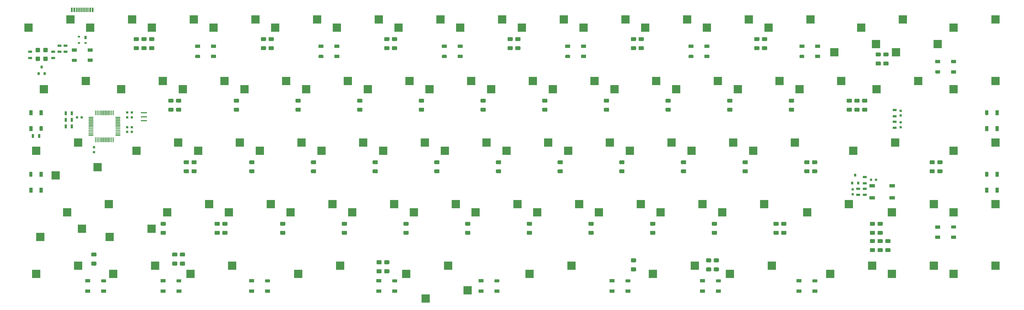
<source format=gbr>
%TF.GenerationSoftware,KiCad,Pcbnew,(5.1.11)-1*%
%TF.CreationDate,2022-07-20T14:15:52+07:00*%
%TF.ProjectId,Malenia,4d616c65-6e69-4612-9e6b-696361645f70,rev?*%
%TF.SameCoordinates,Original*%
%TF.FileFunction,Paste,Bot*%
%TF.FilePolarity,Positive*%
%FSLAX46Y46*%
G04 Gerber Fmt 4.6, Leading zero omitted, Abs format (unit mm)*
G04 Created by KiCad (PCBNEW (5.1.11)-1) date 2022-07-20 14:15:52*
%MOMM*%
%LPD*%
G01*
G04 APERTURE LIST*
%ADD10R,1.300000X0.700000*%
%ADD11R,0.750000X0.800000*%
%ADD12R,0.800000X0.900000*%
%ADD13R,2.550000X2.500000*%
%ADD14R,0.700000X1.300000*%
%ADD15R,1.000000X1.500000*%
%ADD16R,1.500000X1.000000*%
%ADD17R,1.900000X0.400000*%
%ADD18R,1.800000X1.100000*%
%ADD19R,0.800000X0.750000*%
%ADD20R,0.700000X1.000000*%
%ADD21R,0.700000X0.600000*%
%ADD22R,0.600000X1.450000*%
%ADD23R,0.300000X1.450000*%
G04 APERTURE END LIST*
%TO.C,U1*%
G36*
G01*
X57370535Y-61254686D02*
X57370535Y-62579686D01*
G75*
G02*
X57295535Y-62654686I-75000J0D01*
G01*
X57145535Y-62654686D01*
G75*
G02*
X57070535Y-62579686I0J75000D01*
G01*
X57070535Y-61254686D01*
G75*
G02*
X57145535Y-61179686I75000J0D01*
G01*
X57295535Y-61179686D01*
G75*
G02*
X57370535Y-61254686I0J-75000D01*
G01*
G37*
G36*
G01*
X56870535Y-61254686D02*
X56870535Y-62579686D01*
G75*
G02*
X56795535Y-62654686I-75000J0D01*
G01*
X56645535Y-62654686D01*
G75*
G02*
X56570535Y-62579686I0J75000D01*
G01*
X56570535Y-61254686D01*
G75*
G02*
X56645535Y-61179686I75000J0D01*
G01*
X56795535Y-61179686D01*
G75*
G02*
X56870535Y-61254686I0J-75000D01*
G01*
G37*
G36*
G01*
X56370535Y-61254686D02*
X56370535Y-62579686D01*
G75*
G02*
X56295535Y-62654686I-75000J0D01*
G01*
X56145535Y-62654686D01*
G75*
G02*
X56070535Y-62579686I0J75000D01*
G01*
X56070535Y-61254686D01*
G75*
G02*
X56145535Y-61179686I75000J0D01*
G01*
X56295535Y-61179686D01*
G75*
G02*
X56370535Y-61254686I0J-75000D01*
G01*
G37*
G36*
G01*
X55870535Y-61254686D02*
X55870535Y-62579686D01*
G75*
G02*
X55795535Y-62654686I-75000J0D01*
G01*
X55645535Y-62654686D01*
G75*
G02*
X55570535Y-62579686I0J75000D01*
G01*
X55570535Y-61254686D01*
G75*
G02*
X55645535Y-61179686I75000J0D01*
G01*
X55795535Y-61179686D01*
G75*
G02*
X55870535Y-61254686I0J-75000D01*
G01*
G37*
G36*
G01*
X55370535Y-61254686D02*
X55370535Y-62579686D01*
G75*
G02*
X55295535Y-62654686I-75000J0D01*
G01*
X55145535Y-62654686D01*
G75*
G02*
X55070535Y-62579686I0J75000D01*
G01*
X55070535Y-61254686D01*
G75*
G02*
X55145535Y-61179686I75000J0D01*
G01*
X55295535Y-61179686D01*
G75*
G02*
X55370535Y-61254686I0J-75000D01*
G01*
G37*
G36*
G01*
X54870535Y-61254686D02*
X54870535Y-62579686D01*
G75*
G02*
X54795535Y-62654686I-75000J0D01*
G01*
X54645535Y-62654686D01*
G75*
G02*
X54570535Y-62579686I0J75000D01*
G01*
X54570535Y-61254686D01*
G75*
G02*
X54645535Y-61179686I75000J0D01*
G01*
X54795535Y-61179686D01*
G75*
G02*
X54870535Y-61254686I0J-75000D01*
G01*
G37*
G36*
G01*
X54370535Y-61254686D02*
X54370535Y-62579686D01*
G75*
G02*
X54295535Y-62654686I-75000J0D01*
G01*
X54145535Y-62654686D01*
G75*
G02*
X54070535Y-62579686I0J75000D01*
G01*
X54070535Y-61254686D01*
G75*
G02*
X54145535Y-61179686I75000J0D01*
G01*
X54295535Y-61179686D01*
G75*
G02*
X54370535Y-61254686I0J-75000D01*
G01*
G37*
G36*
G01*
X53870535Y-61254686D02*
X53870535Y-62579686D01*
G75*
G02*
X53795535Y-62654686I-75000J0D01*
G01*
X53645535Y-62654686D01*
G75*
G02*
X53570535Y-62579686I0J75000D01*
G01*
X53570535Y-61254686D01*
G75*
G02*
X53645535Y-61179686I75000J0D01*
G01*
X53795535Y-61179686D01*
G75*
G02*
X53870535Y-61254686I0J-75000D01*
G01*
G37*
G36*
G01*
X53370535Y-61254686D02*
X53370535Y-62579686D01*
G75*
G02*
X53295535Y-62654686I-75000J0D01*
G01*
X53145535Y-62654686D01*
G75*
G02*
X53070535Y-62579686I0J75000D01*
G01*
X53070535Y-61254686D01*
G75*
G02*
X53145535Y-61179686I75000J0D01*
G01*
X53295535Y-61179686D01*
G75*
G02*
X53370535Y-61254686I0J-75000D01*
G01*
G37*
G36*
G01*
X52870535Y-61254686D02*
X52870535Y-62579686D01*
G75*
G02*
X52795535Y-62654686I-75000J0D01*
G01*
X52645535Y-62654686D01*
G75*
G02*
X52570535Y-62579686I0J75000D01*
G01*
X52570535Y-61254686D01*
G75*
G02*
X52645535Y-61179686I75000J0D01*
G01*
X52795535Y-61179686D01*
G75*
G02*
X52870535Y-61254686I0J-75000D01*
G01*
G37*
G36*
G01*
X52370535Y-61254686D02*
X52370535Y-62579686D01*
G75*
G02*
X52295535Y-62654686I-75000J0D01*
G01*
X52145535Y-62654686D01*
G75*
G02*
X52070535Y-62579686I0J75000D01*
G01*
X52070535Y-61254686D01*
G75*
G02*
X52145535Y-61179686I75000J0D01*
G01*
X52295535Y-61179686D01*
G75*
G02*
X52370535Y-61254686I0J-75000D01*
G01*
G37*
G36*
G01*
X51870535Y-61254686D02*
X51870535Y-62579686D01*
G75*
G02*
X51795535Y-62654686I-75000J0D01*
G01*
X51645535Y-62654686D01*
G75*
G02*
X51570535Y-62579686I0J75000D01*
G01*
X51570535Y-61254686D01*
G75*
G02*
X51645535Y-61179686I75000J0D01*
G01*
X51795535Y-61179686D01*
G75*
G02*
X51870535Y-61254686I0J-75000D01*
G01*
G37*
G36*
G01*
X51045535Y-63254686D02*
X51045535Y-63404686D01*
G75*
G02*
X50970535Y-63479686I-75000J0D01*
G01*
X49645535Y-63479686D01*
G75*
G02*
X49570535Y-63404686I0J75000D01*
G01*
X49570535Y-63254686D01*
G75*
G02*
X49645535Y-63179686I75000J0D01*
G01*
X50970535Y-63179686D01*
G75*
G02*
X51045535Y-63254686I0J-75000D01*
G01*
G37*
G36*
G01*
X51045535Y-63754686D02*
X51045535Y-63904686D01*
G75*
G02*
X50970535Y-63979686I-75000J0D01*
G01*
X49645535Y-63979686D01*
G75*
G02*
X49570535Y-63904686I0J75000D01*
G01*
X49570535Y-63754686D01*
G75*
G02*
X49645535Y-63679686I75000J0D01*
G01*
X50970535Y-63679686D01*
G75*
G02*
X51045535Y-63754686I0J-75000D01*
G01*
G37*
G36*
G01*
X51045535Y-64254686D02*
X51045535Y-64404686D01*
G75*
G02*
X50970535Y-64479686I-75000J0D01*
G01*
X49645535Y-64479686D01*
G75*
G02*
X49570535Y-64404686I0J75000D01*
G01*
X49570535Y-64254686D01*
G75*
G02*
X49645535Y-64179686I75000J0D01*
G01*
X50970535Y-64179686D01*
G75*
G02*
X51045535Y-64254686I0J-75000D01*
G01*
G37*
G36*
G01*
X51045535Y-64754686D02*
X51045535Y-64904686D01*
G75*
G02*
X50970535Y-64979686I-75000J0D01*
G01*
X49645535Y-64979686D01*
G75*
G02*
X49570535Y-64904686I0J75000D01*
G01*
X49570535Y-64754686D01*
G75*
G02*
X49645535Y-64679686I75000J0D01*
G01*
X50970535Y-64679686D01*
G75*
G02*
X51045535Y-64754686I0J-75000D01*
G01*
G37*
G36*
G01*
X51045535Y-65254686D02*
X51045535Y-65404686D01*
G75*
G02*
X50970535Y-65479686I-75000J0D01*
G01*
X49645535Y-65479686D01*
G75*
G02*
X49570535Y-65404686I0J75000D01*
G01*
X49570535Y-65254686D01*
G75*
G02*
X49645535Y-65179686I75000J0D01*
G01*
X50970535Y-65179686D01*
G75*
G02*
X51045535Y-65254686I0J-75000D01*
G01*
G37*
G36*
G01*
X51045535Y-65754686D02*
X51045535Y-65904686D01*
G75*
G02*
X50970535Y-65979686I-75000J0D01*
G01*
X49645535Y-65979686D01*
G75*
G02*
X49570535Y-65904686I0J75000D01*
G01*
X49570535Y-65754686D01*
G75*
G02*
X49645535Y-65679686I75000J0D01*
G01*
X50970535Y-65679686D01*
G75*
G02*
X51045535Y-65754686I0J-75000D01*
G01*
G37*
G36*
G01*
X51045535Y-66254686D02*
X51045535Y-66404686D01*
G75*
G02*
X50970535Y-66479686I-75000J0D01*
G01*
X49645535Y-66479686D01*
G75*
G02*
X49570535Y-66404686I0J75000D01*
G01*
X49570535Y-66254686D01*
G75*
G02*
X49645535Y-66179686I75000J0D01*
G01*
X50970535Y-66179686D01*
G75*
G02*
X51045535Y-66254686I0J-75000D01*
G01*
G37*
G36*
G01*
X51045535Y-66754686D02*
X51045535Y-66904686D01*
G75*
G02*
X50970535Y-66979686I-75000J0D01*
G01*
X49645535Y-66979686D01*
G75*
G02*
X49570535Y-66904686I0J75000D01*
G01*
X49570535Y-66754686D01*
G75*
G02*
X49645535Y-66679686I75000J0D01*
G01*
X50970535Y-66679686D01*
G75*
G02*
X51045535Y-66754686I0J-75000D01*
G01*
G37*
G36*
G01*
X51045535Y-67254686D02*
X51045535Y-67404686D01*
G75*
G02*
X50970535Y-67479686I-75000J0D01*
G01*
X49645535Y-67479686D01*
G75*
G02*
X49570535Y-67404686I0J75000D01*
G01*
X49570535Y-67254686D01*
G75*
G02*
X49645535Y-67179686I75000J0D01*
G01*
X50970535Y-67179686D01*
G75*
G02*
X51045535Y-67254686I0J-75000D01*
G01*
G37*
G36*
G01*
X51045535Y-67754686D02*
X51045535Y-67904686D01*
G75*
G02*
X50970535Y-67979686I-75000J0D01*
G01*
X49645535Y-67979686D01*
G75*
G02*
X49570535Y-67904686I0J75000D01*
G01*
X49570535Y-67754686D01*
G75*
G02*
X49645535Y-67679686I75000J0D01*
G01*
X50970535Y-67679686D01*
G75*
G02*
X51045535Y-67754686I0J-75000D01*
G01*
G37*
G36*
G01*
X51045535Y-68254686D02*
X51045535Y-68404686D01*
G75*
G02*
X50970535Y-68479686I-75000J0D01*
G01*
X49645535Y-68479686D01*
G75*
G02*
X49570535Y-68404686I0J75000D01*
G01*
X49570535Y-68254686D01*
G75*
G02*
X49645535Y-68179686I75000J0D01*
G01*
X50970535Y-68179686D01*
G75*
G02*
X51045535Y-68254686I0J-75000D01*
G01*
G37*
G36*
G01*
X51045535Y-68754686D02*
X51045535Y-68904686D01*
G75*
G02*
X50970535Y-68979686I-75000J0D01*
G01*
X49645535Y-68979686D01*
G75*
G02*
X49570535Y-68904686I0J75000D01*
G01*
X49570535Y-68754686D01*
G75*
G02*
X49645535Y-68679686I75000J0D01*
G01*
X50970535Y-68679686D01*
G75*
G02*
X51045535Y-68754686I0J-75000D01*
G01*
G37*
G36*
G01*
X51870535Y-69579686D02*
X51870535Y-70904686D01*
G75*
G02*
X51795535Y-70979686I-75000J0D01*
G01*
X51645535Y-70979686D01*
G75*
G02*
X51570535Y-70904686I0J75000D01*
G01*
X51570535Y-69579686D01*
G75*
G02*
X51645535Y-69504686I75000J0D01*
G01*
X51795535Y-69504686D01*
G75*
G02*
X51870535Y-69579686I0J-75000D01*
G01*
G37*
G36*
G01*
X52370535Y-69579686D02*
X52370535Y-70904686D01*
G75*
G02*
X52295535Y-70979686I-75000J0D01*
G01*
X52145535Y-70979686D01*
G75*
G02*
X52070535Y-70904686I0J75000D01*
G01*
X52070535Y-69579686D01*
G75*
G02*
X52145535Y-69504686I75000J0D01*
G01*
X52295535Y-69504686D01*
G75*
G02*
X52370535Y-69579686I0J-75000D01*
G01*
G37*
G36*
G01*
X52870535Y-69579686D02*
X52870535Y-70904686D01*
G75*
G02*
X52795535Y-70979686I-75000J0D01*
G01*
X52645535Y-70979686D01*
G75*
G02*
X52570535Y-70904686I0J75000D01*
G01*
X52570535Y-69579686D01*
G75*
G02*
X52645535Y-69504686I75000J0D01*
G01*
X52795535Y-69504686D01*
G75*
G02*
X52870535Y-69579686I0J-75000D01*
G01*
G37*
G36*
G01*
X53370535Y-69579686D02*
X53370535Y-70904686D01*
G75*
G02*
X53295535Y-70979686I-75000J0D01*
G01*
X53145535Y-70979686D01*
G75*
G02*
X53070535Y-70904686I0J75000D01*
G01*
X53070535Y-69579686D01*
G75*
G02*
X53145535Y-69504686I75000J0D01*
G01*
X53295535Y-69504686D01*
G75*
G02*
X53370535Y-69579686I0J-75000D01*
G01*
G37*
G36*
G01*
X53870535Y-69579686D02*
X53870535Y-70904686D01*
G75*
G02*
X53795535Y-70979686I-75000J0D01*
G01*
X53645535Y-70979686D01*
G75*
G02*
X53570535Y-70904686I0J75000D01*
G01*
X53570535Y-69579686D01*
G75*
G02*
X53645535Y-69504686I75000J0D01*
G01*
X53795535Y-69504686D01*
G75*
G02*
X53870535Y-69579686I0J-75000D01*
G01*
G37*
G36*
G01*
X54370535Y-69579686D02*
X54370535Y-70904686D01*
G75*
G02*
X54295535Y-70979686I-75000J0D01*
G01*
X54145535Y-70979686D01*
G75*
G02*
X54070535Y-70904686I0J75000D01*
G01*
X54070535Y-69579686D01*
G75*
G02*
X54145535Y-69504686I75000J0D01*
G01*
X54295535Y-69504686D01*
G75*
G02*
X54370535Y-69579686I0J-75000D01*
G01*
G37*
G36*
G01*
X54870535Y-69579686D02*
X54870535Y-70904686D01*
G75*
G02*
X54795535Y-70979686I-75000J0D01*
G01*
X54645535Y-70979686D01*
G75*
G02*
X54570535Y-70904686I0J75000D01*
G01*
X54570535Y-69579686D01*
G75*
G02*
X54645535Y-69504686I75000J0D01*
G01*
X54795535Y-69504686D01*
G75*
G02*
X54870535Y-69579686I0J-75000D01*
G01*
G37*
G36*
G01*
X55370535Y-69579686D02*
X55370535Y-70904686D01*
G75*
G02*
X55295535Y-70979686I-75000J0D01*
G01*
X55145535Y-70979686D01*
G75*
G02*
X55070535Y-70904686I0J75000D01*
G01*
X55070535Y-69579686D01*
G75*
G02*
X55145535Y-69504686I75000J0D01*
G01*
X55295535Y-69504686D01*
G75*
G02*
X55370535Y-69579686I0J-75000D01*
G01*
G37*
G36*
G01*
X55870535Y-69579686D02*
X55870535Y-70904686D01*
G75*
G02*
X55795535Y-70979686I-75000J0D01*
G01*
X55645535Y-70979686D01*
G75*
G02*
X55570535Y-70904686I0J75000D01*
G01*
X55570535Y-69579686D01*
G75*
G02*
X55645535Y-69504686I75000J0D01*
G01*
X55795535Y-69504686D01*
G75*
G02*
X55870535Y-69579686I0J-75000D01*
G01*
G37*
G36*
G01*
X56370535Y-69579686D02*
X56370535Y-70904686D01*
G75*
G02*
X56295535Y-70979686I-75000J0D01*
G01*
X56145535Y-70979686D01*
G75*
G02*
X56070535Y-70904686I0J75000D01*
G01*
X56070535Y-69579686D01*
G75*
G02*
X56145535Y-69504686I75000J0D01*
G01*
X56295535Y-69504686D01*
G75*
G02*
X56370535Y-69579686I0J-75000D01*
G01*
G37*
G36*
G01*
X56870535Y-69579686D02*
X56870535Y-70904686D01*
G75*
G02*
X56795535Y-70979686I-75000J0D01*
G01*
X56645535Y-70979686D01*
G75*
G02*
X56570535Y-70904686I0J75000D01*
G01*
X56570535Y-69579686D01*
G75*
G02*
X56645535Y-69504686I75000J0D01*
G01*
X56795535Y-69504686D01*
G75*
G02*
X56870535Y-69579686I0J-75000D01*
G01*
G37*
G36*
G01*
X57370535Y-69579686D02*
X57370535Y-70904686D01*
G75*
G02*
X57295535Y-70979686I-75000J0D01*
G01*
X57145535Y-70979686D01*
G75*
G02*
X57070535Y-70904686I0J75000D01*
G01*
X57070535Y-69579686D01*
G75*
G02*
X57145535Y-69504686I75000J0D01*
G01*
X57295535Y-69504686D01*
G75*
G02*
X57370535Y-69579686I0J-75000D01*
G01*
G37*
G36*
G01*
X59370535Y-68754686D02*
X59370535Y-68904686D01*
G75*
G02*
X59295535Y-68979686I-75000J0D01*
G01*
X57970535Y-68979686D01*
G75*
G02*
X57895535Y-68904686I0J75000D01*
G01*
X57895535Y-68754686D01*
G75*
G02*
X57970535Y-68679686I75000J0D01*
G01*
X59295535Y-68679686D01*
G75*
G02*
X59370535Y-68754686I0J-75000D01*
G01*
G37*
G36*
G01*
X59370535Y-68254686D02*
X59370535Y-68404686D01*
G75*
G02*
X59295535Y-68479686I-75000J0D01*
G01*
X57970535Y-68479686D01*
G75*
G02*
X57895535Y-68404686I0J75000D01*
G01*
X57895535Y-68254686D01*
G75*
G02*
X57970535Y-68179686I75000J0D01*
G01*
X59295535Y-68179686D01*
G75*
G02*
X59370535Y-68254686I0J-75000D01*
G01*
G37*
G36*
G01*
X59370535Y-67754686D02*
X59370535Y-67904686D01*
G75*
G02*
X59295535Y-67979686I-75000J0D01*
G01*
X57970535Y-67979686D01*
G75*
G02*
X57895535Y-67904686I0J75000D01*
G01*
X57895535Y-67754686D01*
G75*
G02*
X57970535Y-67679686I75000J0D01*
G01*
X59295535Y-67679686D01*
G75*
G02*
X59370535Y-67754686I0J-75000D01*
G01*
G37*
G36*
G01*
X59370535Y-67254686D02*
X59370535Y-67404686D01*
G75*
G02*
X59295535Y-67479686I-75000J0D01*
G01*
X57970535Y-67479686D01*
G75*
G02*
X57895535Y-67404686I0J75000D01*
G01*
X57895535Y-67254686D01*
G75*
G02*
X57970535Y-67179686I75000J0D01*
G01*
X59295535Y-67179686D01*
G75*
G02*
X59370535Y-67254686I0J-75000D01*
G01*
G37*
G36*
G01*
X59370535Y-66754686D02*
X59370535Y-66904686D01*
G75*
G02*
X59295535Y-66979686I-75000J0D01*
G01*
X57970535Y-66979686D01*
G75*
G02*
X57895535Y-66904686I0J75000D01*
G01*
X57895535Y-66754686D01*
G75*
G02*
X57970535Y-66679686I75000J0D01*
G01*
X59295535Y-66679686D01*
G75*
G02*
X59370535Y-66754686I0J-75000D01*
G01*
G37*
G36*
G01*
X59370535Y-66254686D02*
X59370535Y-66404686D01*
G75*
G02*
X59295535Y-66479686I-75000J0D01*
G01*
X57970535Y-66479686D01*
G75*
G02*
X57895535Y-66404686I0J75000D01*
G01*
X57895535Y-66254686D01*
G75*
G02*
X57970535Y-66179686I75000J0D01*
G01*
X59295535Y-66179686D01*
G75*
G02*
X59370535Y-66254686I0J-75000D01*
G01*
G37*
G36*
G01*
X59370535Y-65754686D02*
X59370535Y-65904686D01*
G75*
G02*
X59295535Y-65979686I-75000J0D01*
G01*
X57970535Y-65979686D01*
G75*
G02*
X57895535Y-65904686I0J75000D01*
G01*
X57895535Y-65754686D01*
G75*
G02*
X57970535Y-65679686I75000J0D01*
G01*
X59295535Y-65679686D01*
G75*
G02*
X59370535Y-65754686I0J-75000D01*
G01*
G37*
G36*
G01*
X59370535Y-65254686D02*
X59370535Y-65404686D01*
G75*
G02*
X59295535Y-65479686I-75000J0D01*
G01*
X57970535Y-65479686D01*
G75*
G02*
X57895535Y-65404686I0J75000D01*
G01*
X57895535Y-65254686D01*
G75*
G02*
X57970535Y-65179686I75000J0D01*
G01*
X59295535Y-65179686D01*
G75*
G02*
X59370535Y-65254686I0J-75000D01*
G01*
G37*
G36*
G01*
X59370535Y-64754686D02*
X59370535Y-64904686D01*
G75*
G02*
X59295535Y-64979686I-75000J0D01*
G01*
X57970535Y-64979686D01*
G75*
G02*
X57895535Y-64904686I0J75000D01*
G01*
X57895535Y-64754686D01*
G75*
G02*
X57970535Y-64679686I75000J0D01*
G01*
X59295535Y-64679686D01*
G75*
G02*
X59370535Y-64754686I0J-75000D01*
G01*
G37*
G36*
G01*
X59370535Y-64254686D02*
X59370535Y-64404686D01*
G75*
G02*
X59295535Y-64479686I-75000J0D01*
G01*
X57970535Y-64479686D01*
G75*
G02*
X57895535Y-64404686I0J75000D01*
G01*
X57895535Y-64254686D01*
G75*
G02*
X57970535Y-64179686I75000J0D01*
G01*
X59295535Y-64179686D01*
G75*
G02*
X59370535Y-64254686I0J-75000D01*
G01*
G37*
G36*
G01*
X59370535Y-63754686D02*
X59370535Y-63904686D01*
G75*
G02*
X59295535Y-63979686I-75000J0D01*
G01*
X57970535Y-63979686D01*
G75*
G02*
X57895535Y-63904686I0J75000D01*
G01*
X57895535Y-63754686D01*
G75*
G02*
X57970535Y-63679686I75000J0D01*
G01*
X59295535Y-63679686D01*
G75*
G02*
X59370535Y-63754686I0J-75000D01*
G01*
G37*
G36*
G01*
X59370535Y-63254686D02*
X59370535Y-63404686D01*
G75*
G02*
X59295535Y-63479686I-75000J0D01*
G01*
X57970535Y-63479686D01*
G75*
G02*
X57895535Y-63404686I0J75000D01*
G01*
X57895535Y-63254686D01*
G75*
G02*
X57970535Y-63179686I75000J0D01*
G01*
X59295535Y-63179686D01*
G75*
G02*
X59370535Y-63254686I0J-75000D01*
G01*
G37*
%TD*%
D10*
%TO.C,R13*%
X298600000Y-61050000D03*
X298600000Y-62950000D03*
%TD*%
%TO.C,R12*%
X298600000Y-64650000D03*
X298600000Y-66550000D03*
%TD*%
D11*
%TO.C,C12*%
X300400000Y-61250000D03*
X300400000Y-62750000D03*
%TD*%
%TO.C,C11*%
X300400000Y-64850000D03*
X300400000Y-66350000D03*
%TD*%
%TO.C,C10*%
X285572790Y-87070355D03*
X285572790Y-85570355D03*
%TD*%
D12*
%TO.C,Q1*%
X286346215Y-81200000D03*
X285396215Y-83600000D03*
X287296215Y-83600000D03*
%TD*%
D13*
%TO.C,MX58*%
X46323250Y-109220000D03*
X33396250Y-111760000D03*
%TD*%
%TO.C,MX19*%
X77279500Y-71120000D03*
X64352500Y-73660000D03*
%TD*%
D14*
%TO.C,R11*%
X32387340Y-69056220D03*
X34287340Y-69056220D03*
%TD*%
%TO.C,D95*%
G36*
G01*
X31986280Y-81643940D02*
X31486280Y-81643940D01*
G75*
G02*
X31236280Y-81393940I0J250000D01*
G01*
X31236280Y-80393940D01*
G75*
G02*
X31486280Y-80143940I250000J0D01*
G01*
X31986280Y-80143940D01*
G75*
G02*
X32236280Y-80393940I0J-250000D01*
G01*
X32236280Y-81393940D01*
G75*
G02*
X31986280Y-81643940I-250000J0D01*
G01*
G37*
D15*
X34936280Y-80893940D03*
X31736280Y-85793940D03*
X34936280Y-85793940D03*
%TD*%
%TO.C,D94*%
G36*
G01*
X53491045Y-114140950D02*
X53491045Y-113640950D01*
G75*
G02*
X53741045Y-113390950I250000J0D01*
G01*
X54741045Y-113390950D01*
G75*
G02*
X54991045Y-113640950I0J-250000D01*
G01*
X54991045Y-114140950D01*
G75*
G02*
X54741045Y-114390950I-250000J0D01*
G01*
X53741045Y-114390950D01*
G75*
G02*
X53491045Y-114140950I0J250000D01*
G01*
G37*
D16*
X54241045Y-117090950D03*
X49341045Y-113890950D03*
X49341045Y-117090950D03*
%TD*%
%TO.C,D93*%
G36*
G01*
X76708330Y-114140950D02*
X76708330Y-113640950D01*
G75*
G02*
X76958330Y-113390950I250000J0D01*
G01*
X77958330Y-113390950D01*
G75*
G02*
X78208330Y-113640950I0J-250000D01*
G01*
X78208330Y-114140950D01*
G75*
G02*
X77958330Y-114390950I-250000J0D01*
G01*
X76958330Y-114390950D01*
G75*
G02*
X76708330Y-114140950I0J250000D01*
G01*
G37*
X77458330Y-117090950D03*
X72558330Y-113890950D03*
X72558330Y-117090950D03*
%TD*%
%TO.C,D92*%
X99942820Y-117090950D03*
X99942820Y-113890950D03*
X104842820Y-117090950D03*
G36*
G01*
X104092820Y-114140950D02*
X104092820Y-113640950D01*
G75*
G02*
X104342820Y-113390950I250000J0D01*
G01*
X105342820Y-113390950D01*
G75*
G02*
X105592820Y-113640950I0J-250000D01*
G01*
X105592820Y-114140950D01*
G75*
G02*
X105342820Y-114390950I-250000J0D01*
G01*
X104342820Y-114390950D01*
G75*
G02*
X104092820Y-114140950I0J250000D01*
G01*
G37*
%TD*%
%TO.C,D91*%
X139233610Y-117090950D03*
X139233610Y-113890950D03*
X144133610Y-117090950D03*
G36*
G01*
X143383610Y-114140950D02*
X143383610Y-113640950D01*
G75*
G02*
X143633610Y-113390950I250000J0D01*
G01*
X144633610Y-113390950D01*
G75*
G02*
X144883610Y-113640950I0J-250000D01*
G01*
X144883610Y-114140950D01*
G75*
G02*
X144633610Y-114390950I-250000J0D01*
G01*
X143633610Y-114390950D01*
G75*
G02*
X143383610Y-114140950I0J250000D01*
G01*
G37*
%TD*%
%TO.C,D90*%
X170785305Y-117090950D03*
X170785305Y-113890950D03*
X175685305Y-117090950D03*
G36*
G01*
X174935305Y-114140950D02*
X174935305Y-113640950D01*
G75*
G02*
X175185305Y-113390950I250000J0D01*
G01*
X176185305Y-113390950D01*
G75*
G02*
X176435305Y-113640950I0J-250000D01*
G01*
X176435305Y-114140950D01*
G75*
G02*
X176185305Y-114390950I-250000J0D01*
G01*
X175185305Y-114390950D01*
G75*
G02*
X174935305Y-114140950I0J250000D01*
G01*
G37*
%TD*%
%TO.C,D89*%
X211266725Y-117090950D03*
X211266725Y-113890950D03*
X216166725Y-117090950D03*
G36*
G01*
X215416725Y-114140950D02*
X215416725Y-113640950D01*
G75*
G02*
X215666725Y-113390950I250000J0D01*
G01*
X216666725Y-113390950D01*
G75*
G02*
X216916725Y-113640950I0J-250000D01*
G01*
X216916725Y-114140950D01*
G75*
G02*
X216666725Y-114390950I-250000J0D01*
G01*
X215666725Y-114390950D01*
G75*
G02*
X215416725Y-114140950I0J250000D01*
G01*
G37*
%TD*%
%TO.C,D88*%
X239247570Y-117090950D03*
X239247570Y-113890950D03*
X244147570Y-117090950D03*
G36*
G01*
X243397570Y-114140950D02*
X243397570Y-113640950D01*
G75*
G02*
X243647570Y-113390950I250000J0D01*
G01*
X244647570Y-113390950D01*
G75*
G02*
X244897570Y-113640950I0J-250000D01*
G01*
X244897570Y-114140950D01*
G75*
G02*
X244647570Y-114390950I-250000J0D01*
G01*
X243647570Y-114390950D01*
G75*
G02*
X243397570Y-114140950I0J250000D01*
G01*
G37*
%TD*%
%TO.C,D87*%
X269013320Y-117090950D03*
X269013320Y-113890950D03*
X273913320Y-117090950D03*
G36*
G01*
X273163320Y-114140950D02*
X273163320Y-113640950D01*
G75*
G02*
X273413320Y-113390950I250000J0D01*
G01*
X274413320Y-113390950D01*
G75*
G02*
X274663320Y-113640950I0J-250000D01*
G01*
X274663320Y-114140950D01*
G75*
G02*
X274413320Y-114390950I-250000J0D01*
G01*
X273413320Y-114390950D01*
G75*
G02*
X273163320Y-114140950I0J250000D01*
G01*
G37*
%TD*%
%TO.C,D86*%
X311874960Y-100422130D03*
X311874960Y-97222130D03*
X316774960Y-100422130D03*
G36*
G01*
X316024960Y-97472130D02*
X316024960Y-96972130D01*
G75*
G02*
X316274960Y-96722130I250000J0D01*
G01*
X317274960Y-96722130D01*
G75*
G02*
X317524960Y-96972130I0J-250000D01*
G01*
X317524960Y-97472130D01*
G75*
G02*
X317274960Y-97722130I-250000J0D01*
G01*
X316274960Y-97722130D01*
G75*
G02*
X316024960Y-97472130I0J250000D01*
G01*
G37*
%TD*%
D15*
%TO.C,D85*%
X330212520Y-85793940D03*
X327012520Y-85793940D03*
X330212520Y-80893940D03*
G36*
G01*
X327262520Y-81643940D02*
X326762520Y-81643940D01*
G75*
G02*
X326512520Y-81393940I0J250000D01*
G01*
X326512520Y-80393940D01*
G75*
G02*
X326762520Y-80143940I250000J0D01*
G01*
X327262520Y-80143940D01*
G75*
G02*
X327512520Y-80393940I0J-250000D01*
G01*
X327512520Y-81393940D01*
G75*
G02*
X327262520Y-81643940I-250000J0D01*
G01*
G37*
%TD*%
%TO.C,D84*%
X330212520Y-66743860D03*
X327012520Y-66743860D03*
X330212520Y-61843860D03*
G36*
G01*
X327262520Y-62593860D02*
X326762520Y-62593860D01*
G75*
G02*
X326512520Y-62343860I0J250000D01*
G01*
X326512520Y-61343860D01*
G75*
G02*
X326762520Y-61093860I250000J0D01*
G01*
X327262520Y-61093860D01*
G75*
G02*
X327512520Y-61343860I0J-250000D01*
G01*
X327512520Y-62343860D01*
G75*
G02*
X327262520Y-62593860I-250000J0D01*
G01*
G37*
%TD*%
D16*
%TO.C,D83*%
X316774960Y-46025040D03*
X316774960Y-49225040D03*
X311874960Y-46025040D03*
G36*
G01*
X312624960Y-48975040D02*
X312624960Y-49475040D01*
G75*
G02*
X312374960Y-49725040I-250000J0D01*
G01*
X311374960Y-49725040D01*
G75*
G02*
X311124960Y-49475040I0J250000D01*
G01*
X311124960Y-48975040D01*
G75*
G02*
X311374960Y-48725040I250000J0D01*
G01*
X312374960Y-48725040D01*
G75*
G02*
X312624960Y-48975040I0J-250000D01*
G01*
G37*
%TD*%
%TO.C,D82*%
X274806586Y-41262288D03*
X274806586Y-44462288D03*
X269906586Y-41262288D03*
G36*
G01*
X270656586Y-44212288D02*
X270656586Y-44712288D01*
G75*
G02*
X270406586Y-44962288I-250000J0D01*
G01*
X269406586Y-44962288D01*
G75*
G02*
X269156586Y-44712288I0J250000D01*
G01*
X269156586Y-44212288D01*
G75*
G02*
X269406586Y-43962288I250000J0D01*
G01*
X270406586Y-43962288D01*
G75*
G02*
X270656586Y-44212288I0J-250000D01*
G01*
G37*
%TD*%
%TO.C,D81*%
X240574940Y-41262280D03*
X240574940Y-44462280D03*
X235674940Y-41262280D03*
G36*
G01*
X236424940Y-44212280D02*
X236424940Y-44712280D01*
G75*
G02*
X236174940Y-44962280I-250000J0D01*
G01*
X235174940Y-44962280D01*
G75*
G02*
X234924940Y-44712280I0J250000D01*
G01*
X234924940Y-44212280D01*
G75*
G02*
X235174940Y-43962280I250000J0D01*
G01*
X236174940Y-43962280D01*
G75*
G02*
X236424940Y-44212280I0J-250000D01*
G01*
G37*
%TD*%
%TO.C,D80*%
X202474940Y-41262280D03*
X202474940Y-44462280D03*
X197574940Y-41262280D03*
G36*
G01*
X198324940Y-44212280D02*
X198324940Y-44712280D01*
G75*
G02*
X198074940Y-44962280I-250000J0D01*
G01*
X197074940Y-44962280D01*
G75*
G02*
X196824940Y-44712280I0J250000D01*
G01*
X196824940Y-44212280D01*
G75*
G02*
X197074940Y-43962280I250000J0D01*
G01*
X198074940Y-43962280D01*
G75*
G02*
X198324940Y-44212280I0J-250000D01*
G01*
G37*
%TD*%
%TO.C,D79*%
X164374940Y-41262280D03*
X164374940Y-44462280D03*
X159474940Y-41262280D03*
G36*
G01*
X160224940Y-44212280D02*
X160224940Y-44712280D01*
G75*
G02*
X159974940Y-44962280I-250000J0D01*
G01*
X158974940Y-44962280D01*
G75*
G02*
X158724940Y-44712280I0J250000D01*
G01*
X158724940Y-44212280D01*
G75*
G02*
X158974940Y-43962280I250000J0D01*
G01*
X159974940Y-43962280D01*
G75*
G02*
X160224940Y-44212280I0J-250000D01*
G01*
G37*
%TD*%
%TO.C,D78*%
X126274940Y-41262280D03*
X126274940Y-44462280D03*
X121374940Y-41262280D03*
G36*
G01*
X122124940Y-44212280D02*
X122124940Y-44712280D01*
G75*
G02*
X121874940Y-44962280I-250000J0D01*
G01*
X120874940Y-44962280D01*
G75*
G02*
X120624940Y-44712280I0J250000D01*
G01*
X120624940Y-44212280D01*
G75*
G02*
X120874940Y-43962280I250000J0D01*
G01*
X121874940Y-43962280D01*
G75*
G02*
X122124940Y-44212280I0J-250000D01*
G01*
G37*
%TD*%
%TO.C,D77*%
X88174940Y-41262280D03*
X88174940Y-44462280D03*
X83274940Y-41262280D03*
G36*
G01*
X84024940Y-44212280D02*
X84024940Y-44712280D01*
G75*
G02*
X83774940Y-44962280I-250000J0D01*
G01*
X82774940Y-44962280D01*
G75*
G02*
X82524940Y-44712280I0J250000D01*
G01*
X82524940Y-44212280D01*
G75*
G02*
X82774940Y-43962280I250000J0D01*
G01*
X83774940Y-43962280D01*
G75*
G02*
X84024940Y-44212280I0J-250000D01*
G01*
G37*
%TD*%
%TO.C,D76*%
X50075056Y-42453160D03*
X50075056Y-45653160D03*
X45175056Y-42453160D03*
G36*
G01*
X45925056Y-45403160D02*
X45925056Y-45903160D01*
G75*
G02*
X45675056Y-46153160I-250000J0D01*
G01*
X44675056Y-46153160D01*
G75*
G02*
X44425056Y-45903160I0J250000D01*
G01*
X44425056Y-45403160D01*
G75*
G02*
X44675056Y-45153160I250000J0D01*
G01*
X45675056Y-45153160D01*
G75*
G02*
X45925056Y-45403160I0J-250000D01*
G01*
G37*
%TD*%
D15*
%TO.C,D75*%
X31737220Y-61843620D03*
X34937220Y-61843620D03*
X31737220Y-66743620D03*
G36*
G01*
X34687220Y-65993620D02*
X35187220Y-65993620D01*
G75*
G02*
X35437220Y-66243620I0J-250000D01*
G01*
X35437220Y-67243620D01*
G75*
G02*
X35187220Y-67493620I-250000J0D01*
G01*
X34687220Y-67493620D01*
G75*
G02*
X34437220Y-67243620I0J250000D01*
G01*
X34437220Y-66243620D01*
G75*
G02*
X34687220Y-65993620I250000J0D01*
G01*
G37*
%TD*%
D17*
%TO.C,Y1*%
X66675120Y-64303230D03*
X66675120Y-63103230D03*
X66675120Y-61903230D03*
%TD*%
D14*
%TO.C,R10*%
X44420535Y-62079686D03*
X42520535Y-62079686D03*
%TD*%
%TO.C,D73*%
G36*
G01*
X242922475Y-109742485D02*
X244042475Y-109742485D01*
G75*
G02*
X244282475Y-109982485I0J-240000D01*
G01*
X244282475Y-110702485D01*
G75*
G02*
X244042475Y-110942485I-240000J0D01*
G01*
X242922475Y-110942485D01*
G75*
G02*
X242682475Y-110702485I0J240000D01*
G01*
X242682475Y-109982485D01*
G75*
G02*
X242922475Y-109742485I240000J0D01*
G01*
G37*
G36*
G01*
X242922475Y-106942485D02*
X244042475Y-106942485D01*
G75*
G02*
X244282475Y-107182485I0J-240000D01*
G01*
X244282475Y-107902485D01*
G75*
G02*
X244042475Y-108142485I-240000J0D01*
G01*
X242922475Y-108142485D01*
G75*
G02*
X242682475Y-107902485I0J240000D01*
G01*
X242682475Y-107182485D01*
G75*
G02*
X242922475Y-106942485I240000J0D01*
G01*
G37*
%TD*%
%TO.C,D68*%
G36*
G01*
X295906710Y-103789335D02*
X297026710Y-103789335D01*
G75*
G02*
X297266710Y-104029335I0J-240000D01*
G01*
X297266710Y-104749335D01*
G75*
G02*
X297026710Y-104989335I-240000J0D01*
G01*
X295906710Y-104989335D01*
G75*
G02*
X295666710Y-104749335I0J240000D01*
G01*
X295666710Y-104029335D01*
G75*
G02*
X295906710Y-103789335I240000J0D01*
G01*
G37*
G36*
G01*
X295906710Y-100989335D02*
X297026710Y-100989335D01*
G75*
G02*
X297266710Y-101229335I0J-240000D01*
G01*
X297266710Y-101949335D01*
G75*
G02*
X297026710Y-102189335I-240000J0D01*
G01*
X295906710Y-102189335D01*
G75*
G02*
X295666710Y-101949335I0J240000D01*
G01*
X295666710Y-101229335D01*
G75*
G02*
X295906710Y-100989335I240000J0D01*
G01*
G37*
%TD*%
%TO.C,D67*%
G36*
G01*
X293525450Y-103789335D02*
X294645450Y-103789335D01*
G75*
G02*
X294885450Y-104029335I0J-240000D01*
G01*
X294885450Y-104749335D01*
G75*
G02*
X294645450Y-104989335I-240000J0D01*
G01*
X293525450Y-104989335D01*
G75*
G02*
X293285450Y-104749335I0J240000D01*
G01*
X293285450Y-104029335D01*
G75*
G02*
X293525450Y-103789335I240000J0D01*
G01*
G37*
G36*
G01*
X293525450Y-100989335D02*
X294645450Y-100989335D01*
G75*
G02*
X294885450Y-101229335I0J-240000D01*
G01*
X294885450Y-101949335D01*
G75*
G02*
X294645450Y-102189335I-240000J0D01*
G01*
X293525450Y-102189335D01*
G75*
G02*
X293285450Y-101949335I0J240000D01*
G01*
X293285450Y-101229335D01*
G75*
G02*
X293525450Y-100989335I240000J0D01*
G01*
G37*
%TD*%
%TO.C,D66*%
G36*
G01*
X291144050Y-103789175D02*
X292264050Y-103789175D01*
G75*
G02*
X292504050Y-104029175I0J-240000D01*
G01*
X292504050Y-104749175D01*
G75*
G02*
X292264050Y-104989175I-240000J0D01*
G01*
X291144050Y-104989175D01*
G75*
G02*
X290904050Y-104749175I0J240000D01*
G01*
X290904050Y-104029175D01*
G75*
G02*
X291144050Y-103789175I240000J0D01*
G01*
G37*
G36*
G01*
X291144050Y-100989175D02*
X292264050Y-100989175D01*
G75*
G02*
X292504050Y-101229175I0J-240000D01*
G01*
X292504050Y-101949175D01*
G75*
G02*
X292264050Y-102189175I-240000J0D01*
G01*
X291144050Y-102189175D01*
G75*
G02*
X290904050Y-101949175I0J240000D01*
G01*
X290904050Y-101229175D01*
G75*
G02*
X291144050Y-100989175I240000J0D01*
G01*
G37*
%TD*%
%TO.C,D65*%
G36*
G01*
X240541215Y-109742485D02*
X241661215Y-109742485D01*
G75*
G02*
X241901215Y-109982485I0J-240000D01*
G01*
X241901215Y-110702485D01*
G75*
G02*
X241661215Y-110942485I-240000J0D01*
G01*
X240541215Y-110942485D01*
G75*
G02*
X240301215Y-110702485I0J240000D01*
G01*
X240301215Y-109982485D01*
G75*
G02*
X240541215Y-109742485I240000J0D01*
G01*
G37*
G36*
G01*
X240541215Y-106942485D02*
X241661215Y-106942485D01*
G75*
G02*
X241901215Y-107182485I0J-240000D01*
G01*
X241901215Y-107902485D01*
G75*
G02*
X241661215Y-108142485I-240000J0D01*
G01*
X240541215Y-108142485D01*
G75*
G02*
X240301215Y-107902485I0J240000D01*
G01*
X240301215Y-107182485D01*
G75*
G02*
X240541215Y-106942485I240000J0D01*
G01*
G37*
%TD*%
%TO.C,D63*%
G36*
G01*
X217323930Y-109742485D02*
X218443930Y-109742485D01*
G75*
G02*
X218683930Y-109982485I0J-240000D01*
G01*
X218683930Y-110702485D01*
G75*
G02*
X218443930Y-110942485I-240000J0D01*
G01*
X217323930Y-110942485D01*
G75*
G02*
X217083930Y-110702485I0J240000D01*
G01*
X217083930Y-109982485D01*
G75*
G02*
X217323930Y-109742485I240000J0D01*
G01*
G37*
G36*
G01*
X217323930Y-106942485D02*
X218443930Y-106942485D01*
G75*
G02*
X218683930Y-107182485I0J-240000D01*
G01*
X218683930Y-107902485D01*
G75*
G02*
X218443930Y-108142485I-240000J0D01*
G01*
X217323930Y-108142485D01*
G75*
G02*
X217083930Y-107902485I0J240000D01*
G01*
X217083930Y-107182485D01*
G75*
G02*
X217323930Y-106942485I240000J0D01*
G01*
G37*
%TD*%
%TO.C,D62*%
G36*
G01*
X141123610Y-110337800D02*
X142243610Y-110337800D01*
G75*
G02*
X142483610Y-110577800I0J-240000D01*
G01*
X142483610Y-111297800D01*
G75*
G02*
X142243610Y-111537800I-240000J0D01*
G01*
X141123610Y-111537800D01*
G75*
G02*
X140883610Y-111297800I0J240000D01*
G01*
X140883610Y-110577800D01*
G75*
G02*
X141123610Y-110337800I240000J0D01*
G01*
G37*
G36*
G01*
X141123610Y-107537800D02*
X142243610Y-107537800D01*
G75*
G02*
X142483610Y-107777800I0J-240000D01*
G01*
X142483610Y-108497800D01*
G75*
G02*
X142243610Y-108737800I-240000J0D01*
G01*
X141123610Y-108737800D01*
G75*
G02*
X140883610Y-108497800I0J240000D01*
G01*
X140883610Y-107777800D01*
G75*
G02*
X141123610Y-107537800I240000J0D01*
G01*
G37*
%TD*%
%TO.C,D61*%
G36*
G01*
X138742350Y-110337800D02*
X139862350Y-110337800D01*
G75*
G02*
X140102350Y-110577800I0J-240000D01*
G01*
X140102350Y-111297800D01*
G75*
G02*
X139862350Y-111537800I-240000J0D01*
G01*
X138742350Y-111537800D01*
G75*
G02*
X138502350Y-111297800I0J240000D01*
G01*
X138502350Y-110577800D01*
G75*
G02*
X138742350Y-110337800I240000J0D01*
G01*
G37*
G36*
G01*
X138742350Y-107537800D02*
X139862350Y-107537800D01*
G75*
G02*
X140102350Y-107777800I0J-240000D01*
G01*
X140102350Y-108497800D01*
G75*
G02*
X139862350Y-108737800I-240000J0D01*
G01*
X138742350Y-108737800D01*
G75*
G02*
X138502350Y-108497800I0J240000D01*
G01*
X138502350Y-107777800D01*
G75*
G02*
X138742350Y-107537800I240000J0D01*
G01*
G37*
%TD*%
%TO.C,D59*%
G36*
G01*
X78021420Y-107956540D02*
X79141420Y-107956540D01*
G75*
G02*
X79381420Y-108196540I0J-240000D01*
G01*
X79381420Y-108916540D01*
G75*
G02*
X79141420Y-109156540I-240000J0D01*
G01*
X78021420Y-109156540D01*
G75*
G02*
X77781420Y-108916540I0J240000D01*
G01*
X77781420Y-108196540D01*
G75*
G02*
X78021420Y-107956540I240000J0D01*
G01*
G37*
G36*
G01*
X78021420Y-105156540D02*
X79141420Y-105156540D01*
G75*
G02*
X79381420Y-105396540I0J-240000D01*
G01*
X79381420Y-106116540D01*
G75*
G02*
X79141420Y-106356540I-240000J0D01*
G01*
X78021420Y-106356540D01*
G75*
G02*
X77781420Y-106116540I0J240000D01*
G01*
X77781420Y-105396540D01*
G75*
G02*
X78021420Y-105156540I240000J0D01*
G01*
G37*
%TD*%
%TO.C,D58*%
G36*
G01*
X75640160Y-107956540D02*
X76760160Y-107956540D01*
G75*
G02*
X77000160Y-108196540I0J-240000D01*
G01*
X77000160Y-108916540D01*
G75*
G02*
X76760160Y-109156540I-240000J0D01*
G01*
X75640160Y-109156540D01*
G75*
G02*
X75400160Y-108916540I0J240000D01*
G01*
X75400160Y-108196540D01*
G75*
G02*
X75640160Y-107956540I240000J0D01*
G01*
G37*
G36*
G01*
X75640160Y-105156540D02*
X76760160Y-105156540D01*
G75*
G02*
X77000160Y-105396540I0J-240000D01*
G01*
X77000160Y-106116540D01*
G75*
G02*
X76760160Y-106356540I-240000J0D01*
G01*
X75640160Y-106356540D01*
G75*
G02*
X75400160Y-106116540I0J240000D01*
G01*
X75400160Y-105396540D01*
G75*
G02*
X75640160Y-105156540I240000J0D01*
G01*
G37*
%TD*%
%TO.C,D57*%
G36*
G01*
X294645450Y-96831500D02*
X293525450Y-96831500D01*
G75*
G02*
X293285450Y-96591500I0J240000D01*
G01*
X293285450Y-95871500D01*
G75*
G02*
X293525450Y-95631500I240000J0D01*
G01*
X294645450Y-95631500D01*
G75*
G02*
X294885450Y-95871500I0J-240000D01*
G01*
X294885450Y-96591500D01*
G75*
G02*
X294645450Y-96831500I-240000J0D01*
G01*
G37*
G36*
G01*
X294645450Y-99631500D02*
X293525450Y-99631500D01*
G75*
G02*
X293285450Y-99391500I0J240000D01*
G01*
X293285450Y-98671500D01*
G75*
G02*
X293525450Y-98431500I240000J0D01*
G01*
X294645450Y-98431500D01*
G75*
G02*
X294885450Y-98671500I0J-240000D01*
G01*
X294885450Y-99391500D01*
G75*
G02*
X294645450Y-99631500I-240000J0D01*
G01*
G37*
%TD*%
%TO.C,D55*%
G36*
G01*
X292264190Y-96831500D02*
X291144190Y-96831500D01*
G75*
G02*
X290904190Y-96591500I0J240000D01*
G01*
X290904190Y-95871500D01*
G75*
G02*
X291144190Y-95631500I240000J0D01*
G01*
X292264190Y-95631500D01*
G75*
G02*
X292504190Y-95871500I0J-240000D01*
G01*
X292504190Y-96591500D01*
G75*
G02*
X292264190Y-96831500I-240000J0D01*
G01*
G37*
G36*
G01*
X292264190Y-99631500D02*
X291144190Y-99631500D01*
G75*
G02*
X290904190Y-99391500I0J240000D01*
G01*
X290904190Y-98671500D01*
G75*
G02*
X291144190Y-98431500I240000J0D01*
G01*
X292264190Y-98431500D01*
G75*
G02*
X292504190Y-98671500I0J-240000D01*
G01*
X292504190Y-99391500D01*
G75*
G02*
X292264190Y-99631500I-240000J0D01*
G01*
G37*
%TD*%
%TO.C,D54*%
G36*
G01*
X264879700Y-96831500D02*
X263759700Y-96831500D01*
G75*
G02*
X263519700Y-96591500I0J240000D01*
G01*
X263519700Y-95871500D01*
G75*
G02*
X263759700Y-95631500I240000J0D01*
G01*
X264879700Y-95631500D01*
G75*
G02*
X265119700Y-95871500I0J-240000D01*
G01*
X265119700Y-96591500D01*
G75*
G02*
X264879700Y-96831500I-240000J0D01*
G01*
G37*
G36*
G01*
X264879700Y-99631500D02*
X263759700Y-99631500D01*
G75*
G02*
X263519700Y-99391500I0J240000D01*
G01*
X263519700Y-98671500D01*
G75*
G02*
X263759700Y-98431500I240000J0D01*
G01*
X264879700Y-98431500D01*
G75*
G02*
X265119700Y-98671500I0J-240000D01*
G01*
X265119700Y-99391500D01*
G75*
G02*
X264879700Y-99631500I-240000J0D01*
G01*
G37*
%TD*%
%TO.C,D46*%
G36*
G01*
X110097800Y-96831500D02*
X108977800Y-96831500D01*
G75*
G02*
X108737800Y-96591500I0J240000D01*
G01*
X108737800Y-95871500D01*
G75*
G02*
X108977800Y-95631500I240000J0D01*
G01*
X110097800Y-95631500D01*
G75*
G02*
X110337800Y-95871500I0J-240000D01*
G01*
X110337800Y-96591500D01*
G75*
G02*
X110097800Y-96831500I-240000J0D01*
G01*
G37*
G36*
G01*
X110097800Y-99631500D02*
X108977800Y-99631500D01*
G75*
G02*
X108737800Y-99391500I0J240000D01*
G01*
X108737800Y-98671500D01*
G75*
G02*
X108977800Y-98431500I240000J0D01*
G01*
X110097800Y-98431500D01*
G75*
G02*
X110337800Y-98671500I0J-240000D01*
G01*
X110337800Y-99391500D01*
G75*
G02*
X110097800Y-99631500I-240000J0D01*
G01*
G37*
%TD*%
%TO.C,D42*%
G36*
G01*
X313100104Y-77781420D02*
X311980104Y-77781420D01*
G75*
G02*
X311740104Y-77541420I0J240000D01*
G01*
X311740104Y-76821420D01*
G75*
G02*
X311980104Y-76581420I240000J0D01*
G01*
X313100104Y-76581420D01*
G75*
G02*
X313340104Y-76821420I0J-240000D01*
G01*
X313340104Y-77541420D01*
G75*
G02*
X313100104Y-77781420I-240000J0D01*
G01*
G37*
G36*
G01*
X313100104Y-80581420D02*
X311980104Y-80581420D01*
G75*
G02*
X311740104Y-80341420I0J240000D01*
G01*
X311740104Y-79621420D01*
G75*
G02*
X311980104Y-79381420I240000J0D01*
G01*
X313100104Y-79381420D01*
G75*
G02*
X313340104Y-79621420I0J-240000D01*
G01*
X313340104Y-80341420D01*
G75*
G02*
X313100104Y-80581420I-240000J0D01*
G01*
G37*
%TD*%
%TO.C,D41*%
G36*
G01*
X289882930Y-58731340D02*
X288762930Y-58731340D01*
G75*
G02*
X288522930Y-58491340I0J240000D01*
G01*
X288522930Y-57771340D01*
G75*
G02*
X288762930Y-57531340I240000J0D01*
G01*
X289882930Y-57531340D01*
G75*
G02*
X290122930Y-57771340I0J-240000D01*
G01*
X290122930Y-58491340D01*
G75*
G02*
X289882930Y-58731340I-240000J0D01*
G01*
G37*
G36*
G01*
X289882930Y-61531340D02*
X288762930Y-61531340D01*
G75*
G02*
X288522930Y-61291340I0J240000D01*
G01*
X288522930Y-60571340D01*
G75*
G02*
X288762930Y-60331340I240000J0D01*
G01*
X289882930Y-60331340D01*
G75*
G02*
X290122930Y-60571340I0J-240000D01*
G01*
X290122930Y-61291340D01*
G75*
G02*
X289882930Y-61531340I-240000J0D01*
G01*
G37*
%TD*%
%TO.C,D40*%
G36*
G01*
X296431395Y-44443780D02*
X295311395Y-44443780D01*
G75*
G02*
X295071395Y-44203780I0J240000D01*
G01*
X295071395Y-43483780D01*
G75*
G02*
X295311395Y-43243780I240000J0D01*
G01*
X296431395Y-43243780D01*
G75*
G02*
X296671395Y-43483780I0J-240000D01*
G01*
X296671395Y-44203780D01*
G75*
G02*
X296431395Y-44443780I-240000J0D01*
G01*
G37*
G36*
G01*
X296431395Y-47243780D02*
X295311395Y-47243780D01*
G75*
G02*
X295071395Y-47003780I0J240000D01*
G01*
X295071395Y-46283780D01*
G75*
G02*
X295311395Y-46043780I240000J0D01*
G01*
X296431395Y-46043780D01*
G75*
G02*
X296671395Y-46283780I0J-240000D01*
G01*
X296671395Y-47003780D01*
G75*
G02*
X296431395Y-47243780I-240000J0D01*
G01*
G37*
%TD*%
%TO.C,D39*%
G36*
G01*
X310718844Y-77781420D02*
X309598844Y-77781420D01*
G75*
G02*
X309358844Y-77541420I0J240000D01*
G01*
X309358844Y-76821420D01*
G75*
G02*
X309598844Y-76581420I240000J0D01*
G01*
X310718844Y-76581420D01*
G75*
G02*
X310958844Y-76821420I0J-240000D01*
G01*
X310958844Y-77541420D01*
G75*
G02*
X310718844Y-77781420I-240000J0D01*
G01*
G37*
G36*
G01*
X310718844Y-80581420D02*
X309598844Y-80581420D01*
G75*
G02*
X309358844Y-80341420I0J240000D01*
G01*
X309358844Y-79621420D01*
G75*
G02*
X309598844Y-79381420I240000J0D01*
G01*
X310718844Y-79381420D01*
G75*
G02*
X310958844Y-79621420I0J-240000D01*
G01*
X310958844Y-80341420D01*
G75*
G02*
X310718844Y-80581420I-240000J0D01*
G01*
G37*
%TD*%
%TO.C,D38*%
G36*
G01*
X287501670Y-58731340D02*
X286381670Y-58731340D01*
G75*
G02*
X286141670Y-58491340I0J240000D01*
G01*
X286141670Y-57771340D01*
G75*
G02*
X286381670Y-57531340I240000J0D01*
G01*
X287501670Y-57531340D01*
G75*
G02*
X287741670Y-57771340I0J-240000D01*
G01*
X287741670Y-58491340D01*
G75*
G02*
X287501670Y-58731340I-240000J0D01*
G01*
G37*
G36*
G01*
X287501670Y-61531340D02*
X286381670Y-61531340D01*
G75*
G02*
X286141670Y-61291340I0J240000D01*
G01*
X286141670Y-60571340D01*
G75*
G02*
X286381670Y-60331340I240000J0D01*
G01*
X287501670Y-60331340D01*
G75*
G02*
X287741670Y-60571340I0J-240000D01*
G01*
X287741670Y-61291340D01*
G75*
G02*
X287501670Y-61531340I-240000J0D01*
G01*
G37*
%TD*%
%TO.C,D37*%
G36*
G01*
X294050135Y-44443780D02*
X292930135Y-44443780D01*
G75*
G02*
X292690135Y-44203780I0J240000D01*
G01*
X292690135Y-43483780D01*
G75*
G02*
X292930135Y-43243780I240000J0D01*
G01*
X294050135Y-43243780D01*
G75*
G02*
X294290135Y-43483780I0J-240000D01*
G01*
X294290135Y-44203780D01*
G75*
G02*
X294050135Y-44443780I-240000J0D01*
G01*
G37*
G36*
G01*
X294050135Y-47243780D02*
X292930135Y-47243780D01*
G75*
G02*
X292690135Y-47003780I0J240000D01*
G01*
X292690135Y-46283780D01*
G75*
G02*
X292930135Y-46043780I240000J0D01*
G01*
X294050135Y-46043780D01*
G75*
G02*
X294290135Y-46283780I0J-240000D01*
G01*
X294290135Y-47003780D01*
G75*
G02*
X294050135Y-47243780I-240000J0D01*
G01*
G37*
%TD*%
%TO.C,D36*%
G36*
G01*
X274404740Y-77781420D02*
X273284740Y-77781420D01*
G75*
G02*
X273044740Y-77541420I0J240000D01*
G01*
X273044740Y-76821420D01*
G75*
G02*
X273284740Y-76581420I240000J0D01*
G01*
X274404740Y-76581420D01*
G75*
G02*
X274644740Y-76821420I0J-240000D01*
G01*
X274644740Y-77541420D01*
G75*
G02*
X274404740Y-77781420I-240000J0D01*
G01*
G37*
G36*
G01*
X274404740Y-80581420D02*
X273284740Y-80581420D01*
G75*
G02*
X273044740Y-80341420I0J240000D01*
G01*
X273044740Y-79621420D01*
G75*
G02*
X273284740Y-79381420I240000J0D01*
G01*
X274404740Y-79381420D01*
G75*
G02*
X274644740Y-79621420I0J-240000D01*
G01*
X274644740Y-80341420D01*
G75*
G02*
X274404740Y-80581420I-240000J0D01*
G01*
G37*
%TD*%
%TO.C,D7*%
G36*
G01*
X69616380Y-39681260D02*
X68496380Y-39681260D01*
G75*
G02*
X68256380Y-39441260I0J240000D01*
G01*
X68256380Y-38721260D01*
G75*
G02*
X68496380Y-38481260I240000J0D01*
G01*
X69616380Y-38481260D01*
G75*
G02*
X69856380Y-38721260I0J-240000D01*
G01*
X69856380Y-39441260D01*
G75*
G02*
X69616380Y-39681260I-240000J0D01*
G01*
G37*
G36*
G01*
X69616380Y-42481260D02*
X68496380Y-42481260D01*
G75*
G02*
X68256380Y-42241260I0J240000D01*
G01*
X68256380Y-41521260D01*
G75*
G02*
X68496380Y-41281260I240000J0D01*
G01*
X69616380Y-41281260D01*
G75*
G02*
X69856380Y-41521260I0J-240000D01*
G01*
X69856380Y-42241260D01*
G75*
G02*
X69616380Y-42481260I-240000J0D01*
G01*
G37*
%TD*%
%TO.C,D5*%
G36*
G01*
X77950790Y-58731340D02*
X76830790Y-58731340D01*
G75*
G02*
X76590790Y-58491340I0J240000D01*
G01*
X76590790Y-57771340D01*
G75*
G02*
X76830790Y-57531340I240000J0D01*
G01*
X77950790Y-57531340D01*
G75*
G02*
X78190790Y-57771340I0J-240000D01*
G01*
X78190790Y-58491340D01*
G75*
G02*
X77950790Y-58731340I-240000J0D01*
G01*
G37*
G36*
G01*
X77950790Y-61531340D02*
X76830790Y-61531340D01*
G75*
G02*
X76590790Y-61291340I0J240000D01*
G01*
X76590790Y-60571340D01*
G75*
G02*
X76830790Y-60331340I240000J0D01*
G01*
X77950790Y-60331340D01*
G75*
G02*
X78190790Y-60571340I0J-240000D01*
G01*
X78190790Y-61291340D01*
G75*
G02*
X77950790Y-61531340I-240000J0D01*
G01*
G37*
%TD*%
%TO.C,D2*%
G36*
G01*
X75569530Y-58731340D02*
X74449530Y-58731340D01*
G75*
G02*
X74209530Y-58491340I0J240000D01*
G01*
X74209530Y-57771340D01*
G75*
G02*
X74449530Y-57531340I240000J0D01*
G01*
X75569530Y-57531340D01*
G75*
G02*
X75809530Y-57771340I0J-240000D01*
G01*
X75809530Y-58491340D01*
G75*
G02*
X75569530Y-58731340I-240000J0D01*
G01*
G37*
G36*
G01*
X75569530Y-61531340D02*
X74449530Y-61531340D01*
G75*
G02*
X74209530Y-61291340I0J240000D01*
G01*
X74209530Y-60571340D01*
G75*
G02*
X74449530Y-60331340I240000J0D01*
G01*
X75569530Y-60331340D01*
G75*
G02*
X75809530Y-60571340I0J-240000D01*
G01*
X75809530Y-61291340D01*
G75*
G02*
X75569530Y-61531340I-240000J0D01*
G01*
G37*
%TD*%
D13*
%TO.C,MX18*%
X72517000Y-52070000D03*
X59590000Y-54610000D03*
%TD*%
D18*
%TO.C,SW1*%
X297780625Y-84470355D03*
X291580625Y-88170355D03*
X297780625Y-88170355D03*
X291580625Y-84470355D03*
%TD*%
D10*
%TO.C,R5*%
X287322790Y-87270355D03*
X287322790Y-85370355D03*
%TD*%
%TO.C,R4*%
X289322790Y-85370355D03*
X289322790Y-87270355D03*
%TD*%
%TO.C,R3*%
X289322790Y-81798465D03*
X289322790Y-83698465D03*
%TD*%
%TO.C,D72*%
G36*
G01*
X262498300Y-96831340D02*
X261378300Y-96831340D01*
G75*
G02*
X261138300Y-96591340I0J240000D01*
G01*
X261138300Y-95871340D01*
G75*
G02*
X261378300Y-95631340I240000J0D01*
G01*
X262498300Y-95631340D01*
G75*
G02*
X262738300Y-95871340I0J-240000D01*
G01*
X262738300Y-96591340D01*
G75*
G02*
X262498300Y-96831340I-240000J0D01*
G01*
G37*
G36*
G01*
X262498300Y-99631340D02*
X261378300Y-99631340D01*
G75*
G02*
X261138300Y-99391340I0J240000D01*
G01*
X261138300Y-98671340D01*
G75*
G02*
X261378300Y-98431340I240000J0D01*
G01*
X262498300Y-98431340D01*
G75*
G02*
X262738300Y-98671340I0J-240000D01*
G01*
X262738300Y-99391340D01*
G75*
G02*
X262498300Y-99631340I-240000J0D01*
G01*
G37*
%TD*%
%TO.C,D71*%
G36*
G01*
X272022600Y-77781420D02*
X270902600Y-77781420D01*
G75*
G02*
X270662600Y-77541420I0J240000D01*
G01*
X270662600Y-76821420D01*
G75*
G02*
X270902600Y-76581420I240000J0D01*
G01*
X272022600Y-76581420D01*
G75*
G02*
X272262600Y-76821420I0J-240000D01*
G01*
X272262600Y-77541420D01*
G75*
G02*
X272022600Y-77781420I-240000J0D01*
G01*
G37*
G36*
G01*
X272022600Y-80581420D02*
X270902600Y-80581420D01*
G75*
G02*
X270662600Y-80341420I0J240000D01*
G01*
X270662600Y-79621420D01*
G75*
G02*
X270902600Y-79381420I240000J0D01*
G01*
X272022600Y-79381420D01*
G75*
G02*
X272262600Y-79621420I0J-240000D01*
G01*
X272262600Y-80341420D01*
G75*
G02*
X272022600Y-80581420I-240000J0D01*
G01*
G37*
%TD*%
%TO.C,D70*%
G36*
G01*
X267260240Y-58731340D02*
X266140240Y-58731340D01*
G75*
G02*
X265900240Y-58491340I0J240000D01*
G01*
X265900240Y-57771340D01*
G75*
G02*
X266140240Y-57531340I240000J0D01*
G01*
X267260240Y-57531340D01*
G75*
G02*
X267500240Y-57771340I0J-240000D01*
G01*
X267500240Y-58491340D01*
G75*
G02*
X267260240Y-58731340I-240000J0D01*
G01*
G37*
G36*
G01*
X267260240Y-61531340D02*
X266140240Y-61531340D01*
G75*
G02*
X265900240Y-61291340I0J240000D01*
G01*
X265900240Y-60571340D01*
G75*
G02*
X266140240Y-60331340I240000J0D01*
G01*
X267260240Y-60331340D01*
G75*
G02*
X267500240Y-60571340I0J-240000D01*
G01*
X267500240Y-61291340D01*
G75*
G02*
X267260240Y-61531340I-240000J0D01*
G01*
G37*
%TD*%
%TO.C,D56*%
G36*
G01*
X50636770Y-107956540D02*
X51756770Y-107956540D01*
G75*
G02*
X51996770Y-108196540I0J-240000D01*
G01*
X51996770Y-108916540D01*
G75*
G02*
X51756770Y-109156540I-240000J0D01*
G01*
X50636770Y-109156540D01*
G75*
G02*
X50396770Y-108916540I0J240000D01*
G01*
X50396770Y-108196540D01*
G75*
G02*
X50636770Y-107956540I240000J0D01*
G01*
G37*
G36*
G01*
X50636770Y-105156540D02*
X51756770Y-105156540D01*
G75*
G02*
X51996770Y-105396540I0J-240000D01*
G01*
X51996770Y-106116540D01*
G75*
G02*
X51756770Y-106356540I-240000J0D01*
G01*
X50636770Y-106356540D01*
G75*
G02*
X50396770Y-106116540I0J240000D01*
G01*
X50396770Y-105396540D01*
G75*
G02*
X50636770Y-105156540I240000J0D01*
G01*
G37*
%TD*%
%TO.C,D53*%
G36*
G01*
X243448200Y-96831500D02*
X242328200Y-96831500D01*
G75*
G02*
X242088200Y-96591500I0J240000D01*
G01*
X242088200Y-95871500D01*
G75*
G02*
X242328200Y-95631500I240000J0D01*
G01*
X243448200Y-95631500D01*
G75*
G02*
X243688200Y-95871500I0J-240000D01*
G01*
X243688200Y-96591500D01*
G75*
G02*
X243448200Y-96831500I-240000J0D01*
G01*
G37*
G36*
G01*
X243448200Y-99631500D02*
X242328200Y-99631500D01*
G75*
G02*
X242088200Y-99391500I0J240000D01*
G01*
X242088200Y-98671500D01*
G75*
G02*
X242328200Y-98431500I240000J0D01*
G01*
X243448200Y-98431500D01*
G75*
G02*
X243688200Y-98671500I0J-240000D01*
G01*
X243688200Y-99391500D01*
G75*
G02*
X243448200Y-99631500I-240000J0D01*
G01*
G37*
%TD*%
%TO.C,D52*%
G36*
G01*
X224398120Y-96831500D02*
X223278120Y-96831500D01*
G75*
G02*
X223038120Y-96591500I0J240000D01*
G01*
X223038120Y-95871500D01*
G75*
G02*
X223278120Y-95631500I240000J0D01*
G01*
X224398120Y-95631500D01*
G75*
G02*
X224638120Y-95871500I0J-240000D01*
G01*
X224638120Y-96591500D01*
G75*
G02*
X224398120Y-96831500I-240000J0D01*
G01*
G37*
G36*
G01*
X224398120Y-99631500D02*
X223278120Y-99631500D01*
G75*
G02*
X223038120Y-99391500I0J240000D01*
G01*
X223038120Y-98671500D01*
G75*
G02*
X223278120Y-98431500I240000J0D01*
G01*
X224398120Y-98431500D01*
G75*
G02*
X224638120Y-98671500I0J-240000D01*
G01*
X224638120Y-99391500D01*
G75*
G02*
X224398120Y-99631500I-240000J0D01*
G01*
G37*
%TD*%
%TO.C,D51*%
G36*
G01*
X205348040Y-96831500D02*
X204228040Y-96831500D01*
G75*
G02*
X203988040Y-96591500I0J240000D01*
G01*
X203988040Y-95871500D01*
G75*
G02*
X204228040Y-95631500I240000J0D01*
G01*
X205348040Y-95631500D01*
G75*
G02*
X205588040Y-95871500I0J-240000D01*
G01*
X205588040Y-96591500D01*
G75*
G02*
X205348040Y-96831500I-240000J0D01*
G01*
G37*
G36*
G01*
X205348040Y-99631500D02*
X204228040Y-99631500D01*
G75*
G02*
X203988040Y-99391500I0J240000D01*
G01*
X203988040Y-98671500D01*
G75*
G02*
X204228040Y-98431500I240000J0D01*
G01*
X205348040Y-98431500D01*
G75*
G02*
X205588040Y-98671500I0J-240000D01*
G01*
X205588040Y-99391500D01*
G75*
G02*
X205348040Y-99631500I-240000J0D01*
G01*
G37*
%TD*%
%TO.C,D50*%
G36*
G01*
X186297880Y-96831500D02*
X185177880Y-96831500D01*
G75*
G02*
X184937880Y-96591500I0J240000D01*
G01*
X184937880Y-95871500D01*
G75*
G02*
X185177880Y-95631500I240000J0D01*
G01*
X186297880Y-95631500D01*
G75*
G02*
X186537880Y-95871500I0J-240000D01*
G01*
X186537880Y-96591500D01*
G75*
G02*
X186297880Y-96831500I-240000J0D01*
G01*
G37*
G36*
G01*
X186297880Y-99631500D02*
X185177880Y-99631500D01*
G75*
G02*
X184937880Y-99391500I0J240000D01*
G01*
X184937880Y-98671500D01*
G75*
G02*
X185177880Y-98431500I240000J0D01*
G01*
X186297880Y-98431500D01*
G75*
G02*
X186537880Y-98671500I0J-240000D01*
G01*
X186537880Y-99391500D01*
G75*
G02*
X186297880Y-99631500I-240000J0D01*
G01*
G37*
%TD*%
%TO.C,D49*%
G36*
G01*
X167247880Y-96831500D02*
X166127880Y-96831500D01*
G75*
G02*
X165887880Y-96591500I0J240000D01*
G01*
X165887880Y-95871500D01*
G75*
G02*
X166127880Y-95631500I240000J0D01*
G01*
X167247880Y-95631500D01*
G75*
G02*
X167487880Y-95871500I0J-240000D01*
G01*
X167487880Y-96591500D01*
G75*
G02*
X167247880Y-96831500I-240000J0D01*
G01*
G37*
G36*
G01*
X167247880Y-99631500D02*
X166127880Y-99631500D01*
G75*
G02*
X165887880Y-99391500I0J240000D01*
G01*
X165887880Y-98671500D01*
G75*
G02*
X166127880Y-98431500I240000J0D01*
G01*
X167247880Y-98431500D01*
G75*
G02*
X167487880Y-98671500I0J-240000D01*
G01*
X167487880Y-99391500D01*
G75*
G02*
X167247880Y-99631500I-240000J0D01*
G01*
G37*
%TD*%
%TO.C,D48*%
G36*
G01*
X148197800Y-96831500D02*
X147077800Y-96831500D01*
G75*
G02*
X146837800Y-96591500I0J240000D01*
G01*
X146837800Y-95871500D01*
G75*
G02*
X147077800Y-95631500I240000J0D01*
G01*
X148197800Y-95631500D01*
G75*
G02*
X148437800Y-95871500I0J-240000D01*
G01*
X148437800Y-96591500D01*
G75*
G02*
X148197800Y-96831500I-240000J0D01*
G01*
G37*
G36*
G01*
X148197800Y-99631500D02*
X147077800Y-99631500D01*
G75*
G02*
X146837800Y-99391500I0J240000D01*
G01*
X146837800Y-98671500D01*
G75*
G02*
X147077800Y-98431500I240000J0D01*
G01*
X148197800Y-98431500D01*
G75*
G02*
X148437800Y-98671500I0J-240000D01*
G01*
X148437800Y-99391500D01*
G75*
G02*
X148197800Y-99631500I-240000J0D01*
G01*
G37*
%TD*%
%TO.C,D47*%
G36*
G01*
X129147720Y-96831500D02*
X128027720Y-96831500D01*
G75*
G02*
X127787720Y-96591500I0J240000D01*
G01*
X127787720Y-95871500D01*
G75*
G02*
X128027720Y-95631500I240000J0D01*
G01*
X129147720Y-95631500D01*
G75*
G02*
X129387720Y-95871500I0J-240000D01*
G01*
X129387720Y-96591500D01*
G75*
G02*
X129147720Y-96831500I-240000J0D01*
G01*
G37*
G36*
G01*
X129147720Y-99631500D02*
X128027720Y-99631500D01*
G75*
G02*
X127787720Y-99391500I0J240000D01*
G01*
X127787720Y-98671500D01*
G75*
G02*
X128027720Y-98431500I240000J0D01*
G01*
X129147720Y-98431500D01*
G75*
G02*
X129387720Y-98671500I0J-240000D01*
G01*
X129387720Y-99391500D01*
G75*
G02*
X129147720Y-99631500I-240000J0D01*
G01*
G37*
%TD*%
%TO.C,D45*%
G36*
G01*
X92238190Y-96831500D02*
X91118190Y-96831500D01*
G75*
G02*
X90878190Y-96591500I0J240000D01*
G01*
X90878190Y-95871500D01*
G75*
G02*
X91118190Y-95631500I240000J0D01*
G01*
X92238190Y-95631500D01*
G75*
G02*
X92478190Y-95871500I0J-240000D01*
G01*
X92478190Y-96591500D01*
G75*
G02*
X92238190Y-96831500I-240000J0D01*
G01*
G37*
G36*
G01*
X92238190Y-99631500D02*
X91118190Y-99631500D01*
G75*
G02*
X90878190Y-99391500I0J240000D01*
G01*
X90878190Y-98671500D01*
G75*
G02*
X91118190Y-98431500I240000J0D01*
G01*
X92238190Y-98431500D01*
G75*
G02*
X92478190Y-98671500I0J-240000D01*
G01*
X92478190Y-99391500D01*
G75*
G02*
X92238190Y-99631500I-240000J0D01*
G01*
G37*
%TD*%
%TO.C,D44*%
G36*
G01*
X89856930Y-96831500D02*
X88736930Y-96831500D01*
G75*
G02*
X88496930Y-96591500I0J240000D01*
G01*
X88496930Y-95871500D01*
G75*
G02*
X88736930Y-95631500I240000J0D01*
G01*
X89856930Y-95631500D01*
G75*
G02*
X90096930Y-95871500I0J-240000D01*
G01*
X90096930Y-96591500D01*
G75*
G02*
X89856930Y-96831500I-240000J0D01*
G01*
G37*
G36*
G01*
X89856930Y-99631500D02*
X88736930Y-99631500D01*
G75*
G02*
X88496930Y-99391500I0J240000D01*
G01*
X88496930Y-98671500D01*
G75*
G02*
X88736930Y-98431500I240000J0D01*
G01*
X89856930Y-98431500D01*
G75*
G02*
X90096930Y-98671500I0J-240000D01*
G01*
X90096930Y-99391500D01*
G75*
G02*
X89856930Y-99631500I-240000J0D01*
G01*
G37*
%TD*%
%TO.C,D43*%
G36*
G01*
X73188110Y-96831500D02*
X72068110Y-96831500D01*
G75*
G02*
X71828110Y-96591500I0J240000D01*
G01*
X71828110Y-95871500D01*
G75*
G02*
X72068110Y-95631500I240000J0D01*
G01*
X73188110Y-95631500D01*
G75*
G02*
X73428110Y-95871500I0J-240000D01*
G01*
X73428110Y-96591500D01*
G75*
G02*
X73188110Y-96831500I-240000J0D01*
G01*
G37*
G36*
G01*
X73188110Y-99631500D02*
X72068110Y-99631500D01*
G75*
G02*
X71828110Y-99391500I0J240000D01*
G01*
X71828110Y-98671500D01*
G75*
G02*
X72068110Y-98431500I240000J0D01*
G01*
X73188110Y-98431500D01*
G75*
G02*
X73428110Y-98671500I0J-240000D01*
G01*
X73428110Y-99391500D01*
G75*
G02*
X73188110Y-99631500I-240000J0D01*
G01*
G37*
%TD*%
%TO.C,D35*%
G36*
G01*
X285120250Y-58731340D02*
X284000250Y-58731340D01*
G75*
G02*
X283760250Y-58491340I0J240000D01*
G01*
X283760250Y-57771340D01*
G75*
G02*
X284000250Y-57531340I240000J0D01*
G01*
X285120250Y-57531340D01*
G75*
G02*
X285360250Y-57771340I0J-240000D01*
G01*
X285360250Y-58491340D01*
G75*
G02*
X285120250Y-58731340I-240000J0D01*
G01*
G37*
G36*
G01*
X285120250Y-61531340D02*
X284000250Y-61531340D01*
G75*
G02*
X283760250Y-61291340I0J240000D01*
G01*
X283760250Y-60571340D01*
G75*
G02*
X284000250Y-60331340I240000J0D01*
G01*
X285120250Y-60331340D01*
G75*
G02*
X285360250Y-60571340I0J-240000D01*
G01*
X285360250Y-61291340D01*
G75*
G02*
X285120250Y-61531340I-240000J0D01*
G01*
G37*
%TD*%
%TO.C,D33*%
G36*
G01*
X252972600Y-77781420D02*
X251852600Y-77781420D01*
G75*
G02*
X251612600Y-77541420I0J240000D01*
G01*
X251612600Y-76821420D01*
G75*
G02*
X251852600Y-76581420I240000J0D01*
G01*
X252972600Y-76581420D01*
G75*
G02*
X253212600Y-76821420I0J-240000D01*
G01*
X253212600Y-77541420D01*
G75*
G02*
X252972600Y-77781420I-240000J0D01*
G01*
G37*
G36*
G01*
X252972600Y-80581420D02*
X251852600Y-80581420D01*
G75*
G02*
X251612600Y-80341420I0J240000D01*
G01*
X251612600Y-79621420D01*
G75*
G02*
X251852600Y-79381420I240000J0D01*
G01*
X252972600Y-79381420D01*
G75*
G02*
X253212600Y-79621420I0J-240000D01*
G01*
X253212600Y-80341420D01*
G75*
G02*
X252972600Y-80581420I-240000J0D01*
G01*
G37*
%TD*%
%TO.C,D32*%
G36*
G01*
X248210240Y-58731340D02*
X247090240Y-58731340D01*
G75*
G02*
X246850240Y-58491340I0J240000D01*
G01*
X246850240Y-57771340D01*
G75*
G02*
X247090240Y-57531340I240000J0D01*
G01*
X248210240Y-57531340D01*
G75*
G02*
X248450240Y-57771340I0J-240000D01*
G01*
X248450240Y-58491340D01*
G75*
G02*
X248210240Y-58731340I-240000J0D01*
G01*
G37*
G36*
G01*
X248210240Y-61531340D02*
X247090240Y-61531340D01*
G75*
G02*
X246850240Y-61291340I0J240000D01*
G01*
X246850240Y-60571340D01*
G75*
G02*
X247090240Y-60331340I240000J0D01*
G01*
X248210240Y-60331340D01*
G75*
G02*
X248450240Y-60571340I0J-240000D01*
G01*
X248450240Y-61291340D01*
G75*
G02*
X248210240Y-61531340I-240000J0D01*
G01*
G37*
%TD*%
%TO.C,D30*%
G36*
G01*
X233922600Y-77781420D02*
X232802600Y-77781420D01*
G75*
G02*
X232562600Y-77541420I0J240000D01*
G01*
X232562600Y-76821420D01*
G75*
G02*
X232802600Y-76581420I240000J0D01*
G01*
X233922600Y-76581420D01*
G75*
G02*
X234162600Y-76821420I0J-240000D01*
G01*
X234162600Y-77541420D01*
G75*
G02*
X233922600Y-77781420I-240000J0D01*
G01*
G37*
G36*
G01*
X233922600Y-80581420D02*
X232802600Y-80581420D01*
G75*
G02*
X232562600Y-80341420I0J240000D01*
G01*
X232562600Y-79621420D01*
G75*
G02*
X232802600Y-79381420I240000J0D01*
G01*
X233922600Y-79381420D01*
G75*
G02*
X234162600Y-79621420I0J-240000D01*
G01*
X234162600Y-80341420D01*
G75*
G02*
X233922600Y-80581420I-240000J0D01*
G01*
G37*
%TD*%
%TO.C,D29*%
G36*
G01*
X229160240Y-58731340D02*
X228040240Y-58731340D01*
G75*
G02*
X227800240Y-58491340I0J240000D01*
G01*
X227800240Y-57771340D01*
G75*
G02*
X228040240Y-57531340I240000J0D01*
G01*
X229160240Y-57531340D01*
G75*
G02*
X229400240Y-57771340I0J-240000D01*
G01*
X229400240Y-58491340D01*
G75*
G02*
X229160240Y-58731340I-240000J0D01*
G01*
G37*
G36*
G01*
X229160240Y-61531340D02*
X228040240Y-61531340D01*
G75*
G02*
X227800240Y-61291340I0J240000D01*
G01*
X227800240Y-60571340D01*
G75*
G02*
X228040240Y-60331340I240000J0D01*
G01*
X229160240Y-60331340D01*
G75*
G02*
X229400240Y-60571340I0J-240000D01*
G01*
X229400240Y-61291340D01*
G75*
G02*
X229160240Y-61531340I-240000J0D01*
G01*
G37*
%TD*%
%TO.C,D27*%
G36*
G01*
X214872600Y-77781420D02*
X213752600Y-77781420D01*
G75*
G02*
X213512600Y-77541420I0J240000D01*
G01*
X213512600Y-76821420D01*
G75*
G02*
X213752600Y-76581420I240000J0D01*
G01*
X214872600Y-76581420D01*
G75*
G02*
X215112600Y-76821420I0J-240000D01*
G01*
X215112600Y-77541420D01*
G75*
G02*
X214872600Y-77781420I-240000J0D01*
G01*
G37*
G36*
G01*
X214872600Y-80581420D02*
X213752600Y-80581420D01*
G75*
G02*
X213512600Y-80341420I0J240000D01*
G01*
X213512600Y-79621420D01*
G75*
G02*
X213752600Y-79381420I240000J0D01*
G01*
X214872600Y-79381420D01*
G75*
G02*
X215112600Y-79621420I0J-240000D01*
G01*
X215112600Y-80341420D01*
G75*
G02*
X214872600Y-80581420I-240000J0D01*
G01*
G37*
%TD*%
%TO.C,D26*%
G36*
G01*
X210110240Y-58731340D02*
X208990240Y-58731340D01*
G75*
G02*
X208750240Y-58491340I0J240000D01*
G01*
X208750240Y-57771340D01*
G75*
G02*
X208990240Y-57531340I240000J0D01*
G01*
X210110240Y-57531340D01*
G75*
G02*
X210350240Y-57771340I0J-240000D01*
G01*
X210350240Y-58491340D01*
G75*
G02*
X210110240Y-58731340I-240000J0D01*
G01*
G37*
G36*
G01*
X210110240Y-61531340D02*
X208990240Y-61531340D01*
G75*
G02*
X208750240Y-61291340I0J240000D01*
G01*
X208750240Y-60571340D01*
G75*
G02*
X208990240Y-60331340I240000J0D01*
G01*
X210110240Y-60331340D01*
G75*
G02*
X210350240Y-60571340I0J-240000D01*
G01*
X210350240Y-61291340D01*
G75*
G02*
X210110240Y-61531340I-240000J0D01*
G01*
G37*
%TD*%
%TO.C,D24*%
G36*
G01*
X195822600Y-77781420D02*
X194702600Y-77781420D01*
G75*
G02*
X194462600Y-77541420I0J240000D01*
G01*
X194462600Y-76821420D01*
G75*
G02*
X194702600Y-76581420I240000J0D01*
G01*
X195822600Y-76581420D01*
G75*
G02*
X196062600Y-76821420I0J-240000D01*
G01*
X196062600Y-77541420D01*
G75*
G02*
X195822600Y-77781420I-240000J0D01*
G01*
G37*
G36*
G01*
X195822600Y-80581420D02*
X194702600Y-80581420D01*
G75*
G02*
X194462600Y-80341420I0J240000D01*
G01*
X194462600Y-79621420D01*
G75*
G02*
X194702600Y-79381420I240000J0D01*
G01*
X195822600Y-79381420D01*
G75*
G02*
X196062600Y-79621420I0J-240000D01*
G01*
X196062600Y-80341420D01*
G75*
G02*
X195822600Y-80581420I-240000J0D01*
G01*
G37*
%TD*%
%TO.C,D23*%
G36*
G01*
X191060240Y-58731340D02*
X189940240Y-58731340D01*
G75*
G02*
X189700240Y-58491340I0J240000D01*
G01*
X189700240Y-57771340D01*
G75*
G02*
X189940240Y-57531340I240000J0D01*
G01*
X191060240Y-57531340D01*
G75*
G02*
X191300240Y-57771340I0J-240000D01*
G01*
X191300240Y-58491340D01*
G75*
G02*
X191060240Y-58731340I-240000J0D01*
G01*
G37*
G36*
G01*
X191060240Y-61531340D02*
X189940240Y-61531340D01*
G75*
G02*
X189700240Y-61291340I0J240000D01*
G01*
X189700240Y-60571340D01*
G75*
G02*
X189940240Y-60331340I240000J0D01*
G01*
X191060240Y-60331340D01*
G75*
G02*
X191300240Y-60571340I0J-240000D01*
G01*
X191300240Y-61291340D01*
G75*
G02*
X191060240Y-61531340I-240000J0D01*
G01*
G37*
%TD*%
%TO.C,D21*%
G36*
G01*
X176772600Y-77781420D02*
X175652600Y-77781420D01*
G75*
G02*
X175412600Y-77541420I0J240000D01*
G01*
X175412600Y-76821420D01*
G75*
G02*
X175652600Y-76581420I240000J0D01*
G01*
X176772600Y-76581420D01*
G75*
G02*
X177012600Y-76821420I0J-240000D01*
G01*
X177012600Y-77541420D01*
G75*
G02*
X176772600Y-77781420I-240000J0D01*
G01*
G37*
G36*
G01*
X176772600Y-80581420D02*
X175652600Y-80581420D01*
G75*
G02*
X175412600Y-80341420I0J240000D01*
G01*
X175412600Y-79621420D01*
G75*
G02*
X175652600Y-79381420I240000J0D01*
G01*
X176772600Y-79381420D01*
G75*
G02*
X177012600Y-79621420I0J-240000D01*
G01*
X177012600Y-80341420D01*
G75*
G02*
X176772600Y-80581420I-240000J0D01*
G01*
G37*
%TD*%
%TO.C,D20*%
G36*
G01*
X172010240Y-58731340D02*
X170890240Y-58731340D01*
G75*
G02*
X170650240Y-58491340I0J240000D01*
G01*
X170650240Y-57771340D01*
G75*
G02*
X170890240Y-57531340I240000J0D01*
G01*
X172010240Y-57531340D01*
G75*
G02*
X172250240Y-57771340I0J-240000D01*
G01*
X172250240Y-58491340D01*
G75*
G02*
X172010240Y-58731340I-240000J0D01*
G01*
G37*
G36*
G01*
X172010240Y-61531340D02*
X170890240Y-61531340D01*
G75*
G02*
X170650240Y-61291340I0J240000D01*
G01*
X170650240Y-60571340D01*
G75*
G02*
X170890240Y-60331340I240000J0D01*
G01*
X172010240Y-60331340D01*
G75*
G02*
X172250240Y-60571340I0J-240000D01*
G01*
X172250240Y-61291340D01*
G75*
G02*
X172010240Y-61531340I-240000J0D01*
G01*
G37*
%TD*%
%TO.C,D18*%
G36*
G01*
X157722600Y-77781420D02*
X156602600Y-77781420D01*
G75*
G02*
X156362600Y-77541420I0J240000D01*
G01*
X156362600Y-76821420D01*
G75*
G02*
X156602600Y-76581420I240000J0D01*
G01*
X157722600Y-76581420D01*
G75*
G02*
X157962600Y-76821420I0J-240000D01*
G01*
X157962600Y-77541420D01*
G75*
G02*
X157722600Y-77781420I-240000J0D01*
G01*
G37*
G36*
G01*
X157722600Y-80581420D02*
X156602600Y-80581420D01*
G75*
G02*
X156362600Y-80341420I0J240000D01*
G01*
X156362600Y-79621420D01*
G75*
G02*
X156602600Y-79381420I240000J0D01*
G01*
X157722600Y-79381420D01*
G75*
G02*
X157962600Y-79621420I0J-240000D01*
G01*
X157962600Y-80341420D01*
G75*
G02*
X157722600Y-80581420I-240000J0D01*
G01*
G37*
%TD*%
%TO.C,D17*%
G36*
G01*
X152960240Y-58731340D02*
X151840240Y-58731340D01*
G75*
G02*
X151600240Y-58491340I0J240000D01*
G01*
X151600240Y-57771340D01*
G75*
G02*
X151840240Y-57531340I240000J0D01*
G01*
X152960240Y-57531340D01*
G75*
G02*
X153200240Y-57771340I0J-240000D01*
G01*
X153200240Y-58491340D01*
G75*
G02*
X152960240Y-58731340I-240000J0D01*
G01*
G37*
G36*
G01*
X152960240Y-61531340D02*
X151840240Y-61531340D01*
G75*
G02*
X151600240Y-61291340I0J240000D01*
G01*
X151600240Y-60571340D01*
G75*
G02*
X151840240Y-60331340I240000J0D01*
G01*
X152960240Y-60331340D01*
G75*
G02*
X153200240Y-60571340I0J-240000D01*
G01*
X153200240Y-61291340D01*
G75*
G02*
X152960240Y-61531340I-240000J0D01*
G01*
G37*
%TD*%
%TO.C,D15*%
G36*
G01*
X138672600Y-77781420D02*
X137552600Y-77781420D01*
G75*
G02*
X137312600Y-77541420I0J240000D01*
G01*
X137312600Y-76821420D01*
G75*
G02*
X137552600Y-76581420I240000J0D01*
G01*
X138672600Y-76581420D01*
G75*
G02*
X138912600Y-76821420I0J-240000D01*
G01*
X138912600Y-77541420D01*
G75*
G02*
X138672600Y-77781420I-240000J0D01*
G01*
G37*
G36*
G01*
X138672600Y-80581420D02*
X137552600Y-80581420D01*
G75*
G02*
X137312600Y-80341420I0J240000D01*
G01*
X137312600Y-79621420D01*
G75*
G02*
X137552600Y-79381420I240000J0D01*
G01*
X138672600Y-79381420D01*
G75*
G02*
X138912600Y-79621420I0J-240000D01*
G01*
X138912600Y-80341420D01*
G75*
G02*
X138672600Y-80581420I-240000J0D01*
G01*
G37*
%TD*%
%TO.C,D14*%
G36*
G01*
X133910240Y-58731340D02*
X132790240Y-58731340D01*
G75*
G02*
X132550240Y-58491340I0J240000D01*
G01*
X132550240Y-57771340D01*
G75*
G02*
X132790240Y-57531340I240000J0D01*
G01*
X133910240Y-57531340D01*
G75*
G02*
X134150240Y-57771340I0J-240000D01*
G01*
X134150240Y-58491340D01*
G75*
G02*
X133910240Y-58731340I-240000J0D01*
G01*
G37*
G36*
G01*
X133910240Y-61531340D02*
X132790240Y-61531340D01*
G75*
G02*
X132550240Y-61291340I0J240000D01*
G01*
X132550240Y-60571340D01*
G75*
G02*
X132790240Y-60331340I240000J0D01*
G01*
X133910240Y-60331340D01*
G75*
G02*
X134150240Y-60571340I0J-240000D01*
G01*
X134150240Y-61291340D01*
G75*
G02*
X133910240Y-61531340I-240000J0D01*
G01*
G37*
%TD*%
%TO.C,D12*%
G36*
G01*
X119622600Y-77781420D02*
X118502600Y-77781420D01*
G75*
G02*
X118262600Y-77541420I0J240000D01*
G01*
X118262600Y-76821420D01*
G75*
G02*
X118502600Y-76581420I240000J0D01*
G01*
X119622600Y-76581420D01*
G75*
G02*
X119862600Y-76821420I0J-240000D01*
G01*
X119862600Y-77541420D01*
G75*
G02*
X119622600Y-77781420I-240000J0D01*
G01*
G37*
G36*
G01*
X119622600Y-80581420D02*
X118502600Y-80581420D01*
G75*
G02*
X118262600Y-80341420I0J240000D01*
G01*
X118262600Y-79621420D01*
G75*
G02*
X118502600Y-79381420I240000J0D01*
G01*
X119622600Y-79381420D01*
G75*
G02*
X119862600Y-79621420I0J-240000D01*
G01*
X119862600Y-80341420D01*
G75*
G02*
X119622600Y-80581420I-240000J0D01*
G01*
G37*
%TD*%
%TO.C,D11*%
G36*
G01*
X114860240Y-58731340D02*
X113740240Y-58731340D01*
G75*
G02*
X113500240Y-58491340I0J240000D01*
G01*
X113500240Y-57771340D01*
G75*
G02*
X113740240Y-57531340I240000J0D01*
G01*
X114860240Y-57531340D01*
G75*
G02*
X115100240Y-57771340I0J-240000D01*
G01*
X115100240Y-58491340D01*
G75*
G02*
X114860240Y-58731340I-240000J0D01*
G01*
G37*
G36*
G01*
X114860240Y-61531340D02*
X113740240Y-61531340D01*
G75*
G02*
X113500240Y-61291340I0J240000D01*
G01*
X113500240Y-60571340D01*
G75*
G02*
X113740240Y-60331340I240000J0D01*
G01*
X114860240Y-60331340D01*
G75*
G02*
X115100240Y-60571340I0J-240000D01*
G01*
X115100240Y-61291340D01*
G75*
G02*
X114860240Y-61531340I-240000J0D01*
G01*
G37*
%TD*%
%TO.C,D9*%
G36*
G01*
X100572600Y-77781420D02*
X99452600Y-77781420D01*
G75*
G02*
X99212600Y-77541420I0J240000D01*
G01*
X99212600Y-76821420D01*
G75*
G02*
X99452600Y-76581420I240000J0D01*
G01*
X100572600Y-76581420D01*
G75*
G02*
X100812600Y-76821420I0J-240000D01*
G01*
X100812600Y-77541420D01*
G75*
G02*
X100572600Y-77781420I-240000J0D01*
G01*
G37*
G36*
G01*
X100572600Y-80581420D02*
X99452600Y-80581420D01*
G75*
G02*
X99212600Y-80341420I0J240000D01*
G01*
X99212600Y-79621420D01*
G75*
G02*
X99452600Y-79381420I240000J0D01*
G01*
X100572600Y-79381420D01*
G75*
G02*
X100812600Y-79621420I0J-240000D01*
G01*
X100812600Y-80341420D01*
G75*
G02*
X100572600Y-80581420I-240000J0D01*
G01*
G37*
%TD*%
%TO.C,D8*%
G36*
G01*
X95810240Y-58731340D02*
X94690240Y-58731340D01*
G75*
G02*
X94450240Y-58491340I0J240000D01*
G01*
X94450240Y-57771340D01*
G75*
G02*
X94690240Y-57531340I240000J0D01*
G01*
X95810240Y-57531340D01*
G75*
G02*
X96050240Y-57771340I0J-240000D01*
G01*
X96050240Y-58491340D01*
G75*
G02*
X95810240Y-58731340I-240000J0D01*
G01*
G37*
G36*
G01*
X95810240Y-61531340D02*
X94690240Y-61531340D01*
G75*
G02*
X94450240Y-61291340I0J240000D01*
G01*
X94450240Y-60571340D01*
G75*
G02*
X94690240Y-60331340I240000J0D01*
G01*
X95810240Y-60331340D01*
G75*
G02*
X96050240Y-60571340I0J-240000D01*
G01*
X96050240Y-61291340D01*
G75*
G02*
X95810240Y-61531340I-240000J0D01*
G01*
G37*
%TD*%
%TO.C,D6*%
G36*
G01*
X82713170Y-77781260D02*
X81593170Y-77781260D01*
G75*
G02*
X81353170Y-77541260I0J240000D01*
G01*
X81353170Y-76821260D01*
G75*
G02*
X81593170Y-76581260I240000J0D01*
G01*
X82713170Y-76581260D01*
G75*
G02*
X82953170Y-76821260I0J-240000D01*
G01*
X82953170Y-77541260D01*
G75*
G02*
X82713170Y-77781260I-240000J0D01*
G01*
G37*
G36*
G01*
X82713170Y-80581260D02*
X81593170Y-80581260D01*
G75*
G02*
X81353170Y-80341260I0J240000D01*
G01*
X81353170Y-79621260D01*
G75*
G02*
X81593170Y-79381260I240000J0D01*
G01*
X82713170Y-79381260D01*
G75*
G02*
X82953170Y-79621260I0J-240000D01*
G01*
X82953170Y-80341260D01*
G75*
G02*
X82713170Y-80581260I-240000J0D01*
G01*
G37*
%TD*%
%TO.C,D3*%
G36*
G01*
X80331910Y-77781260D02*
X79211910Y-77781260D01*
G75*
G02*
X78971910Y-77541260I0J240000D01*
G01*
X78971910Y-76821260D01*
G75*
G02*
X79211910Y-76581260I240000J0D01*
G01*
X80331910Y-76581260D01*
G75*
G02*
X80571910Y-76821260I0J-240000D01*
G01*
X80571910Y-77541260D01*
G75*
G02*
X80331910Y-77781260I-240000J0D01*
G01*
G37*
G36*
G01*
X80331910Y-80581260D02*
X79211910Y-80581260D01*
G75*
G02*
X78971910Y-80341260I0J240000D01*
G01*
X78971910Y-79621260D01*
G75*
G02*
X79211910Y-79381260I240000J0D01*
G01*
X80331910Y-79381260D01*
G75*
G02*
X80571910Y-79621260I0J-240000D01*
G01*
X80571910Y-80341260D01*
G75*
G02*
X80331910Y-80581260I-240000J0D01*
G01*
G37*
%TD*%
D19*
%TO.C,C9*%
X292787500Y-82600000D03*
X291287500Y-82600000D03*
%TD*%
D13*
%TO.C,MX39*%
X298735750Y-71120000D03*
X285808750Y-73660000D03*
%TD*%
%TO.C,MX75*%
X55848250Y-90170000D03*
X42921250Y-92710000D03*
%TD*%
D10*
%TO.C,R9*%
X42437500Y-41100000D03*
X42437500Y-43000000D03*
%TD*%
%TO.C,R8*%
X40587500Y-43000000D03*
X40587500Y-41100000D03*
%TD*%
D14*
%TO.C,R7*%
X44420535Y-64079686D03*
X42520535Y-64079686D03*
%TD*%
%TO.C,R6*%
X44420535Y-66079686D03*
X42520535Y-66079686D03*
%TD*%
D20*
%TO.C,U3*%
X48622003Y-38562592D03*
D21*
X46622003Y-38362592D03*
X48622003Y-40262592D03*
X46622003Y-40262592D03*
%TD*%
D22*
%TO.C,USB1*%
X50847003Y-30007592D03*
X44397003Y-30007592D03*
X50072003Y-30007592D03*
X45172003Y-30007592D03*
D23*
X45872003Y-30007592D03*
X49372003Y-30007592D03*
X46372003Y-30007592D03*
X48872003Y-30007592D03*
X46872003Y-30007592D03*
X48372003Y-30007592D03*
X47872003Y-30007592D03*
X47372003Y-30007592D03*
%TD*%
D10*
%TO.C,R2*%
X31506040Y-43031180D03*
X31506040Y-44931180D03*
%TD*%
%TO.C,R1*%
X38649820Y-43031180D03*
X38649820Y-44931180D03*
%TD*%
%TO.C,C8*%
G36*
G01*
X34312301Y-45871810D02*
X33462299Y-45871810D01*
G75*
G02*
X33212300Y-45621811I0J249999D01*
G01*
X33212300Y-44721809D01*
G75*
G02*
X33462299Y-44471810I249999J0D01*
G01*
X34312301Y-44471810D01*
G75*
G02*
X34562300Y-44721809I0J-249999D01*
G01*
X34562300Y-45621811D01*
G75*
G02*
X34312301Y-45871810I-249999J0D01*
G01*
G37*
G36*
G01*
X34312301Y-43171810D02*
X33462299Y-43171810D01*
G75*
G02*
X33212300Y-42921811I0J249999D01*
G01*
X33212300Y-42021809D01*
G75*
G02*
X33462299Y-41771810I249999J0D01*
G01*
X34312301Y-41771810D01*
G75*
G02*
X34562300Y-42021809I0J-249999D01*
G01*
X34562300Y-42921811D01*
G75*
G02*
X34312301Y-43171810I-249999J0D01*
G01*
G37*
%TD*%
%TO.C,C7*%
G36*
G01*
X36693561Y-45871810D02*
X35843559Y-45871810D01*
G75*
G02*
X35593560Y-45621811I0J249999D01*
G01*
X35593560Y-44721809D01*
G75*
G02*
X35843559Y-44471810I249999J0D01*
G01*
X36693561Y-44471810D01*
G75*
G02*
X36943560Y-44721809I0J-249999D01*
G01*
X36943560Y-45621811D01*
G75*
G02*
X36693561Y-45871810I-249999J0D01*
G01*
G37*
G36*
G01*
X36693561Y-43171810D02*
X35843559Y-43171810D01*
G75*
G02*
X35593560Y-42921811I0J249999D01*
G01*
X35593560Y-42021809D01*
G75*
G02*
X35843559Y-41771810I249999J0D01*
G01*
X36693561Y-41771810D01*
G75*
G02*
X36943560Y-42021809I0J-249999D01*
G01*
X36943560Y-42921811D01*
G75*
G02*
X36693561Y-43171810I-249999J0D01*
G01*
G37*
%TD*%
D13*
%TO.C,MX76*%
X288190000Y-35560000D03*
X301117000Y-33020000D03*
%TD*%
D12*
%TO.C,U2*%
X35077930Y-47743700D03*
X34127930Y-49743700D03*
X36027930Y-49743700D03*
%TD*%
%TO.C,D69*%
G36*
G01*
X256544375Y-42481250D02*
X255424375Y-42481250D01*
G75*
G02*
X255184375Y-42241250I0J240000D01*
G01*
X255184375Y-41521250D01*
G75*
G02*
X255424375Y-41281250I240000J0D01*
G01*
X256544375Y-41281250D01*
G75*
G02*
X256784375Y-41521250I0J-240000D01*
G01*
X256784375Y-42241250D01*
G75*
G02*
X256544375Y-42481250I-240000J0D01*
G01*
G37*
G36*
G01*
X256544375Y-39681250D02*
X255424375Y-39681250D01*
G75*
G02*
X255184375Y-39441250I0J240000D01*
G01*
X255184375Y-38721250D01*
G75*
G02*
X255424375Y-38481250I240000J0D01*
G01*
X256544375Y-38481250D01*
G75*
G02*
X256784375Y-38721250I0J-240000D01*
G01*
X256784375Y-39441250D01*
G75*
G02*
X256544375Y-39681250I-240000J0D01*
G01*
G37*
%TD*%
%TO.C,D34*%
G36*
G01*
X258925625Y-39681250D02*
X257805625Y-39681250D01*
G75*
G02*
X257565625Y-39441250I0J240000D01*
G01*
X257565625Y-38721250D01*
G75*
G02*
X257805625Y-38481250I240000J0D01*
G01*
X258925625Y-38481250D01*
G75*
G02*
X259165625Y-38721250I0J-240000D01*
G01*
X259165625Y-39441250D01*
G75*
G02*
X258925625Y-39681250I-240000J0D01*
G01*
G37*
G36*
G01*
X258925625Y-42481250D02*
X257805625Y-42481250D01*
G75*
G02*
X257565625Y-42241250I0J240000D01*
G01*
X257565625Y-41521250D01*
G75*
G02*
X257805625Y-41281250I240000J0D01*
G01*
X258925625Y-41281250D01*
G75*
G02*
X259165625Y-41521250I0J-240000D01*
G01*
X259165625Y-42241250D01*
G75*
G02*
X258925625Y-42481250I-240000J0D01*
G01*
G37*
%TD*%
%TO.C,D31*%
G36*
G01*
X220825625Y-39681250D02*
X219705625Y-39681250D01*
G75*
G02*
X219465625Y-39441250I0J240000D01*
G01*
X219465625Y-38721250D01*
G75*
G02*
X219705625Y-38481250I240000J0D01*
G01*
X220825625Y-38481250D01*
G75*
G02*
X221065625Y-38721250I0J-240000D01*
G01*
X221065625Y-39441250D01*
G75*
G02*
X220825625Y-39681250I-240000J0D01*
G01*
G37*
G36*
G01*
X220825625Y-42481250D02*
X219705625Y-42481250D01*
G75*
G02*
X219465625Y-42241250I0J240000D01*
G01*
X219465625Y-41521250D01*
G75*
G02*
X219705625Y-41281250I240000J0D01*
G01*
X220825625Y-41281250D01*
G75*
G02*
X221065625Y-41521250I0J-240000D01*
G01*
X221065625Y-42241250D01*
G75*
G02*
X220825625Y-42481250I-240000J0D01*
G01*
G37*
%TD*%
%TO.C,D28*%
G36*
G01*
X218444375Y-39681250D02*
X217324375Y-39681250D01*
G75*
G02*
X217084375Y-39441250I0J240000D01*
G01*
X217084375Y-38721250D01*
G75*
G02*
X217324375Y-38481250I240000J0D01*
G01*
X218444375Y-38481250D01*
G75*
G02*
X218684375Y-38721250I0J-240000D01*
G01*
X218684375Y-39441250D01*
G75*
G02*
X218444375Y-39681250I-240000J0D01*
G01*
G37*
G36*
G01*
X218444375Y-42481250D02*
X217324375Y-42481250D01*
G75*
G02*
X217084375Y-42241250I0J240000D01*
G01*
X217084375Y-41521250D01*
G75*
G02*
X217324375Y-41281250I240000J0D01*
G01*
X218444375Y-41281250D01*
G75*
G02*
X218684375Y-41521250I0J-240000D01*
G01*
X218684375Y-42241250D01*
G75*
G02*
X218444375Y-42481250I-240000J0D01*
G01*
G37*
%TD*%
%TO.C,D25*%
G36*
G01*
X182725625Y-39681250D02*
X181605625Y-39681250D01*
G75*
G02*
X181365625Y-39441250I0J240000D01*
G01*
X181365625Y-38721250D01*
G75*
G02*
X181605625Y-38481250I240000J0D01*
G01*
X182725625Y-38481250D01*
G75*
G02*
X182965625Y-38721250I0J-240000D01*
G01*
X182965625Y-39441250D01*
G75*
G02*
X182725625Y-39681250I-240000J0D01*
G01*
G37*
G36*
G01*
X182725625Y-42481250D02*
X181605625Y-42481250D01*
G75*
G02*
X181365625Y-42241250I0J240000D01*
G01*
X181365625Y-41521250D01*
G75*
G02*
X181605625Y-41281250I240000J0D01*
G01*
X182725625Y-41281250D01*
G75*
G02*
X182965625Y-41521250I0J-240000D01*
G01*
X182965625Y-42241250D01*
G75*
G02*
X182725625Y-42481250I-240000J0D01*
G01*
G37*
%TD*%
%TO.C,D22*%
G36*
G01*
X180344375Y-39681250D02*
X179224375Y-39681250D01*
G75*
G02*
X178984375Y-39441250I0J240000D01*
G01*
X178984375Y-38721250D01*
G75*
G02*
X179224375Y-38481250I240000J0D01*
G01*
X180344375Y-38481250D01*
G75*
G02*
X180584375Y-38721250I0J-240000D01*
G01*
X180584375Y-39441250D01*
G75*
G02*
X180344375Y-39681250I-240000J0D01*
G01*
G37*
G36*
G01*
X180344375Y-42481250D02*
X179224375Y-42481250D01*
G75*
G02*
X178984375Y-42241250I0J240000D01*
G01*
X178984375Y-41521250D01*
G75*
G02*
X179224375Y-41281250I240000J0D01*
G01*
X180344375Y-41281250D01*
G75*
G02*
X180584375Y-41521250I0J-240000D01*
G01*
X180584375Y-42241250D01*
G75*
G02*
X180344375Y-42481250I-240000J0D01*
G01*
G37*
%TD*%
%TO.C,D19*%
G36*
G01*
X144625625Y-39681250D02*
X143505625Y-39681250D01*
G75*
G02*
X143265625Y-39441250I0J240000D01*
G01*
X143265625Y-38721250D01*
G75*
G02*
X143505625Y-38481250I240000J0D01*
G01*
X144625625Y-38481250D01*
G75*
G02*
X144865625Y-38721250I0J-240000D01*
G01*
X144865625Y-39441250D01*
G75*
G02*
X144625625Y-39681250I-240000J0D01*
G01*
G37*
G36*
G01*
X144625625Y-42481250D02*
X143505625Y-42481250D01*
G75*
G02*
X143265625Y-42241250I0J240000D01*
G01*
X143265625Y-41521250D01*
G75*
G02*
X143505625Y-41281250I240000J0D01*
G01*
X144625625Y-41281250D01*
G75*
G02*
X144865625Y-41521250I0J-240000D01*
G01*
X144865625Y-42241250D01*
G75*
G02*
X144625625Y-42481250I-240000J0D01*
G01*
G37*
%TD*%
%TO.C,D16*%
G36*
G01*
X142244375Y-39681250D02*
X141124375Y-39681250D01*
G75*
G02*
X140884375Y-39441250I0J240000D01*
G01*
X140884375Y-38721250D01*
G75*
G02*
X141124375Y-38481250I240000J0D01*
G01*
X142244375Y-38481250D01*
G75*
G02*
X142484375Y-38721250I0J-240000D01*
G01*
X142484375Y-39441250D01*
G75*
G02*
X142244375Y-39681250I-240000J0D01*
G01*
G37*
G36*
G01*
X142244375Y-42481250D02*
X141124375Y-42481250D01*
G75*
G02*
X140884375Y-42241250I0J240000D01*
G01*
X140884375Y-41521250D01*
G75*
G02*
X141124375Y-41281250I240000J0D01*
G01*
X142244375Y-41281250D01*
G75*
G02*
X142484375Y-41521250I0J-240000D01*
G01*
X142484375Y-42241250D01*
G75*
G02*
X142244375Y-42481250I-240000J0D01*
G01*
G37*
%TD*%
%TO.C,D13*%
G36*
G01*
X106525625Y-39681250D02*
X105405625Y-39681250D01*
G75*
G02*
X105165625Y-39441250I0J240000D01*
G01*
X105165625Y-38721250D01*
G75*
G02*
X105405625Y-38481250I240000J0D01*
G01*
X106525625Y-38481250D01*
G75*
G02*
X106765625Y-38721250I0J-240000D01*
G01*
X106765625Y-39441250D01*
G75*
G02*
X106525625Y-39681250I-240000J0D01*
G01*
G37*
G36*
G01*
X106525625Y-42481250D02*
X105405625Y-42481250D01*
G75*
G02*
X105165625Y-42241250I0J240000D01*
G01*
X105165625Y-41521250D01*
G75*
G02*
X105405625Y-41281250I240000J0D01*
G01*
X106525625Y-41281250D01*
G75*
G02*
X106765625Y-41521250I0J-240000D01*
G01*
X106765625Y-42241250D01*
G75*
G02*
X106525625Y-42481250I-240000J0D01*
G01*
G37*
%TD*%
%TO.C,D10*%
G36*
G01*
X104144375Y-39681250D02*
X103024375Y-39681250D01*
G75*
G02*
X102784375Y-39441250I0J240000D01*
G01*
X102784375Y-38721250D01*
G75*
G02*
X103024375Y-38481250I240000J0D01*
G01*
X104144375Y-38481250D01*
G75*
G02*
X104384375Y-38721250I0J-240000D01*
G01*
X104384375Y-39441250D01*
G75*
G02*
X104144375Y-39681250I-240000J0D01*
G01*
G37*
G36*
G01*
X104144375Y-42481250D02*
X103024375Y-42481250D01*
G75*
G02*
X102784375Y-42241250I0J240000D01*
G01*
X102784375Y-41521250D01*
G75*
G02*
X103024375Y-41281250I240000J0D01*
G01*
X104144375Y-41281250D01*
G75*
G02*
X104384375Y-41521250I0J-240000D01*
G01*
X104384375Y-42241250D01*
G75*
G02*
X104144375Y-42481250I-240000J0D01*
G01*
G37*
%TD*%
D13*
%TO.C,MX78*%
X247708750Y-111760000D03*
X260635750Y-109220000D03*
%TD*%
%TO.C,MX77*%
X223896250Y-111760000D03*
X236823250Y-109220000D03*
%TD*%
%TO.C,MX1*%
X31015000Y-35560000D03*
X43942000Y-33020000D03*
%TD*%
%TO.C,MX63*%
X185796250Y-111760000D03*
X198723250Y-109220000D03*
%TD*%
%TO.C,MX61*%
X114358750Y-111760000D03*
X127285750Y-109220000D03*
%TD*%
D11*
%TO.C,C6*%
X62970535Y-66329686D03*
X62970535Y-67829686D03*
%TD*%
%TO.C,C5*%
X51220535Y-74079686D03*
X51220535Y-72579686D03*
%TD*%
D19*
%TO.C,C4*%
X62970535Y-63329686D03*
X61470535Y-63329686D03*
%TD*%
D11*
%TO.C,C3*%
X61470535Y-66329686D03*
X61470535Y-67829686D03*
%TD*%
D19*
%TO.C,C2*%
X62970535Y-61746087D03*
X61470535Y-61746087D03*
%TD*%
%TO.C,C1*%
X47470535Y-63329686D03*
X45970535Y-63329686D03*
%TD*%
D13*
%TO.C,MX73*%
X258254472Y-90169984D03*
X245327472Y-92709984D03*
%TD*%
%TO.C,MX72*%
X267779480Y-71119968D03*
X254852480Y-73659968D03*
%TD*%
%TO.C,MX71*%
X263016976Y-52069952D03*
X250089976Y-54609952D03*
%TD*%
%TO.C,MX70*%
X253491968Y-33019936D03*
X240564968Y-35559936D03*
%TD*%
%TO.C,MX69*%
X153701750Y-119380000D03*
X166628750Y-116840000D03*
%TD*%
%TO.C,D4*%
G36*
G01*
X64853904Y-42481264D02*
X63733904Y-42481264D01*
G75*
G02*
X63493904Y-42241264I0J240000D01*
G01*
X63493904Y-41521264D01*
G75*
G02*
X63733904Y-41281264I240000J0D01*
G01*
X64853904Y-41281264D01*
G75*
G02*
X65093904Y-41521264I0J-240000D01*
G01*
X65093904Y-42241264D01*
G75*
G02*
X64853904Y-42481264I-240000J0D01*
G01*
G37*
G36*
G01*
X64853904Y-39681264D02*
X63733904Y-39681264D01*
G75*
G02*
X63493904Y-39441264I0J240000D01*
G01*
X63493904Y-38721264D01*
G75*
G02*
X63733904Y-38481264I240000J0D01*
G01*
X64853904Y-38481264D01*
G75*
G02*
X65093904Y-38721264I0J-240000D01*
G01*
X65093904Y-39441264D01*
G75*
G02*
X64853904Y-39681264I-240000J0D01*
G01*
G37*
%TD*%
%TO.C,MX36*%
X243967000Y-52070000D03*
X231040000Y-54610000D03*
%TD*%
%TO.C,MX2*%
X62992000Y-33020000D03*
X50065000Y-35560000D03*
%TD*%
%TO.C,MX40*%
X305879704Y-52070000D03*
X292952704Y-54610000D03*
%TD*%
%TO.C,D1*%
G36*
G01*
X67235168Y-42481250D02*
X66115168Y-42481250D01*
G75*
G02*
X65875168Y-42241250I0J240000D01*
G01*
X65875168Y-41521250D01*
G75*
G02*
X66115168Y-41281250I240000J0D01*
G01*
X67235168Y-41281250D01*
G75*
G02*
X67475168Y-41521250I0J-240000D01*
G01*
X67475168Y-42241250D01*
G75*
G02*
X67235168Y-42481250I-240000J0D01*
G01*
G37*
G36*
G01*
X67235168Y-39681250D02*
X66115168Y-39681250D01*
G75*
G02*
X65875168Y-39441250I0J240000D01*
G01*
X65875168Y-38721250D01*
G75*
G02*
X66115168Y-38481250I240000J0D01*
G01*
X67235168Y-38481250D01*
G75*
G02*
X67475168Y-38721250I0J-240000D01*
G01*
X67475168Y-39441250D01*
G75*
G02*
X67235168Y-39681250I-240000J0D01*
G01*
G37*
%TD*%
%TO.C,MX62*%
X160623250Y-109220000D03*
X147696250Y-111760000D03*
%TD*%
%TO.C,MX68*%
X316765000Y-111760000D03*
X329692000Y-109220000D03*
%TD*%
%TO.C,MX67*%
X297715000Y-111760000D03*
X310642000Y-109220000D03*
%TD*%
%TO.C,MX66*%
X278665000Y-111760000D03*
X291592000Y-109220000D03*
%TD*%
%TO.C,MX60*%
X93948250Y-109220000D03*
X81021250Y-111760000D03*
%TD*%
%TO.C,MX59*%
X70135750Y-109220000D03*
X57208750Y-111760000D03*
%TD*%
%TO.C,MX56*%
X33396250Y-73660000D03*
X46323250Y-71120000D03*
%TD*%
%TO.C,MX54*%
X271521250Y-92710000D03*
X284448250Y-90170000D03*
%TD*%
%TO.C,MX57*%
X329692000Y-90170000D03*
X316765000Y-92710000D03*
%TD*%
%TO.C,MX55*%
X310642000Y-90170000D03*
X297715000Y-92710000D03*
%TD*%
%TO.C,MX53*%
X239204500Y-90170000D03*
X226277500Y-92710000D03*
%TD*%
%TO.C,MX52*%
X220154500Y-90170000D03*
X207227500Y-92710000D03*
%TD*%
%TO.C,MX51*%
X201104500Y-90170000D03*
X188177500Y-92710000D03*
%TD*%
%TO.C,MX50*%
X182054500Y-90170000D03*
X169127500Y-92710000D03*
%TD*%
%TO.C,MX49*%
X163004500Y-90170000D03*
X150077500Y-92710000D03*
%TD*%
%TO.C,MX48*%
X143954500Y-90170000D03*
X131027500Y-92710000D03*
%TD*%
%TO.C,MX47*%
X124904500Y-90170000D03*
X111977500Y-92710000D03*
%TD*%
%TO.C,MX46*%
X105854500Y-90170000D03*
X92927500Y-92710000D03*
%TD*%
%TO.C,MX45*%
X86804500Y-90170000D03*
X73877500Y-92710000D03*
%TD*%
%TO.C,MX44*%
X56070500Y-100330000D03*
X68997500Y-97790000D03*
%TD*%
%TO.C,MX43*%
X47566250Y-97790000D03*
X34639250Y-100330000D03*
%TD*%
%TO.C,MX17*%
X39401750Y-81280000D03*
X52328750Y-78740000D03*
%TD*%
%TO.C,MX16*%
X35777500Y-54610000D03*
X48704500Y-52070000D03*
%TD*%
%TO.C,MX42*%
X329692000Y-71120000D03*
X316765000Y-73660000D03*
%TD*%
%TO.C,MX41*%
X329692000Y-52070000D03*
X316765000Y-54610000D03*
%TD*%
%TO.C,MX38*%
X282067000Y-52070000D03*
X269140000Y-54610000D03*
%TD*%
%TO.C,MX37*%
X248729500Y-71120000D03*
X235802500Y-73660000D03*
%TD*%
%TO.C,MX35*%
X229679500Y-71120000D03*
X216752500Y-73660000D03*
%TD*%
%TO.C,MX34*%
X224917000Y-52070000D03*
X211990000Y-54610000D03*
%TD*%
%TO.C,MX33*%
X210629500Y-71120000D03*
X197702500Y-73660000D03*
%TD*%
%TO.C,MX32*%
X205867000Y-52070000D03*
X192940000Y-54610000D03*
%TD*%
%TO.C,MX31*%
X191579500Y-71120000D03*
X178652500Y-73660000D03*
%TD*%
%TO.C,MX30*%
X186817000Y-52070000D03*
X173890000Y-54610000D03*
%TD*%
%TO.C,MX29*%
X172529500Y-71120000D03*
X159602500Y-73660000D03*
%TD*%
%TO.C,MX28*%
X167767000Y-52070000D03*
X154840000Y-54610000D03*
%TD*%
%TO.C,MX27*%
X153479500Y-71120000D03*
X140552500Y-73660000D03*
%TD*%
%TO.C,MX26*%
X148717000Y-52070000D03*
X135790000Y-54610000D03*
%TD*%
%TO.C,MX25*%
X134429500Y-71120000D03*
X121502500Y-73660000D03*
%TD*%
%TO.C,MX24*%
X129667000Y-52070000D03*
X116740000Y-54610000D03*
%TD*%
%TO.C,MX23*%
X115379500Y-71120000D03*
X102452500Y-73660000D03*
%TD*%
%TO.C,MX22*%
X110617000Y-52070000D03*
X97690000Y-54610000D03*
%TD*%
%TO.C,MX21*%
X96329500Y-71120000D03*
X83402500Y-73660000D03*
%TD*%
%TO.C,MX20*%
X91567000Y-52070000D03*
X78640000Y-54610000D03*
%TD*%
%TO.C,MX15*%
X329692000Y-33020000D03*
X316765000Y-35560000D03*
%TD*%
%TO.C,MX14*%
X298958000Y-43180000D03*
X311885000Y-40640000D03*
%TD*%
%TO.C,MX13*%
X279908000Y-43180000D03*
X292835000Y-40640000D03*
%TD*%
%TO.C,MX12*%
X272542000Y-33020000D03*
X259615000Y-35560000D03*
%TD*%
%TO.C,MX11*%
X234442000Y-33020000D03*
X221515000Y-35560000D03*
%TD*%
%TO.C,MX10*%
X215392000Y-33020000D03*
X202465000Y-35560000D03*
%TD*%
%TO.C,MX9*%
X196342000Y-33020000D03*
X183415000Y-35560000D03*
%TD*%
%TO.C,MX8*%
X177292000Y-33020000D03*
X164365000Y-35560000D03*
%TD*%
%TO.C,MX7*%
X158242000Y-33020000D03*
X145315000Y-35560000D03*
%TD*%
%TO.C,MX6*%
X139192000Y-33020000D03*
X126265000Y-35560000D03*
%TD*%
%TO.C,MX5*%
X120142000Y-33020000D03*
X107215000Y-35560000D03*
%TD*%
%TO.C,MX4*%
X101092000Y-33020000D03*
X88165000Y-35560000D03*
%TD*%
%TO.C,MX3*%
X82042000Y-33020000D03*
X69115000Y-35560000D03*
%TD*%
M02*

</source>
